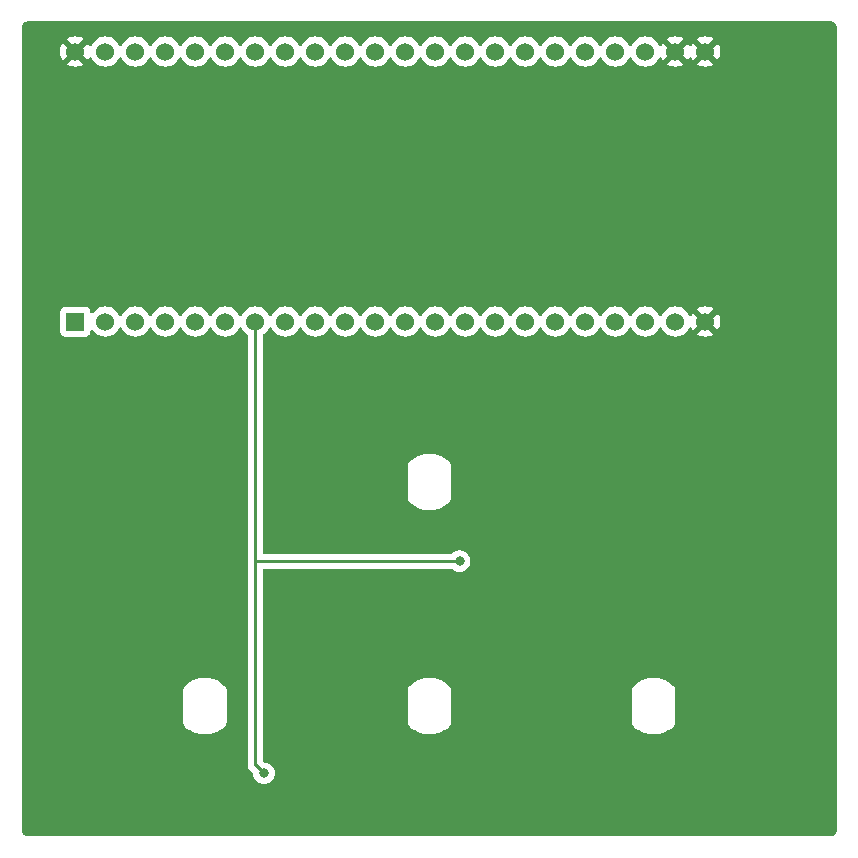
<source format=gbl>
%TF.GenerationSoftware,KiCad,Pcbnew,(6.0.7)*%
%TF.CreationDate,2022-08-25T16:09:55+02:00*%
%TF.ProjectId,esp32-minikeyboard-pcb,65737033-322d-46d6-996e-696b6579626f,rev?*%
%TF.SameCoordinates,Original*%
%TF.FileFunction,Copper,L2,Bot*%
%TF.FilePolarity,Positive*%
%FSLAX46Y46*%
G04 Gerber Fmt 4.6, Leading zero omitted, Abs format (unit mm)*
G04 Created by KiCad (PCBNEW (6.0.7)) date 2022-08-25 16:09:55*
%MOMM*%
%LPD*%
G01*
G04 APERTURE LIST*
%TA.AperFunction,ComponentPad*%
%ADD10R,1.530000X1.530000*%
%TD*%
%TA.AperFunction,ComponentPad*%
%ADD11C,1.530000*%
%TD*%
%TA.AperFunction,ViaPad*%
%ADD12C,0.800000*%
%TD*%
%TA.AperFunction,Conductor*%
%ADD13C,0.250000*%
%TD*%
G04 APERTURE END LIST*
D10*
%TO.P,U1,J1_1,3V3*%
%TO.N,3V3*%
X55030000Y-75930000D03*
D11*
%TO.P,U1,J1_2,3V3*%
X57570000Y-75930000D03*
%TO.P,U1,J1_3,RST*%
%TO.N,unconnected-(U1-PadJ1_3)*%
X60110000Y-75930000D03*
%TO.P,U1,J1_4,GPIO4*%
%TO.N,LED_PIN*%
X62650000Y-75930000D03*
%TO.P,U1,J1_5,GPIO5*%
%TO.N,col1*%
X65190000Y-75930000D03*
%TO.P,U1,J1_6,GPIO6*%
%TO.N,col2*%
X67730000Y-75930000D03*
%TO.P,U1,J1_7,GPIO7*%
%TO.N,row1*%
X70270000Y-75930000D03*
%TO.P,U1,J1_8,GPIO15*%
%TO.N,row2*%
X72810000Y-75930000D03*
%TO.P,U1,J1_9,GPIO16*%
%TO.N,unconnected-(U1-PadJ1_9)*%
X75350000Y-75930000D03*
%TO.P,U1,J1_10,GPIO17*%
%TO.N,unconnected-(U1-PadJ1_10)*%
X77890000Y-75930000D03*
%TO.P,U1,J1_11,GPIO18*%
%TO.N,unconnected-(U1-PadJ1_11)*%
X80430000Y-75930000D03*
%TO.P,U1,J1_12,GPIO8*%
%TO.N,unconnected-(U1-PadJ1_12)*%
X82970000Y-75930000D03*
%TO.P,U1,J1_13,GPIO3*%
%TO.N,unconnected-(U1-PadJ1_13)*%
X85510000Y-75930000D03*
%TO.P,U1,J1_14,GPIO46*%
%TO.N,unconnected-(U1-PadJ1_14)*%
X88050000Y-75930000D03*
%TO.P,U1,J1_15,GPIO9*%
%TO.N,unconnected-(U1-PadJ1_15)*%
X90590000Y-75930000D03*
%TO.P,U1,J1_16,GPIO10*%
%TO.N,unconnected-(U1-PadJ1_16)*%
X93130000Y-75930000D03*
%TO.P,U1,J1_17,GPIO11*%
%TO.N,unconnected-(U1-PadJ1_17)*%
X95670000Y-75930000D03*
%TO.P,U1,J1_18,GPIO12*%
%TO.N,unconnected-(U1-PadJ1_18)*%
X98210000Y-75930000D03*
%TO.P,U1,J1_19,GPIO13*%
%TO.N,unconnected-(U1-PadJ1_19)*%
X100750000Y-75930000D03*
%TO.P,U1,J1_20,GPIO14*%
%TO.N,unconnected-(U1-PadJ1_20)*%
X103290000Y-75930000D03*
%TO.P,U1,J1_21,5V0*%
%TO.N,5V*%
X105830000Y-75930000D03*
%TO.P,U1,J1_22,GND*%
%TO.N,GND*%
X108370000Y-75930000D03*
%TO.P,U1,J3_1,GND*%
X55030000Y-53070000D03*
%TO.P,U1,J3_2,U0TXD/GPIO43*%
%TO.N,unconnected-(U1-PadJ3_2)*%
X57570000Y-53070000D03*
%TO.P,U1,J3_3,U0RXD/GPIO44*%
%TO.N,unconnected-(U1-PadJ3_3)*%
X60110000Y-53070000D03*
%TO.P,U1,J3_4,GPIO1*%
%TO.N,unconnected-(U1-PadJ3_4)*%
X62650000Y-53070000D03*
%TO.P,U1,J3_5,GPIO2*%
%TO.N,unconnected-(U1-PadJ3_5)*%
X65190000Y-53070000D03*
%TO.P,U1,J3_6,MTMS/GPIO42*%
%TO.N,unconnected-(U1-PadJ3_6)*%
X67730000Y-53070000D03*
%TO.P,U1,J3_7,MTDI/GPIO41*%
%TO.N,unconnected-(U1-PadJ3_7)*%
X70270000Y-53070000D03*
%TO.P,U1,J3_8,MTDO/GPIO40*%
%TO.N,unconnected-(U1-PadJ3_8)*%
X72810000Y-53070000D03*
%TO.P,U1,J3_9,MTCK/GPIO39*%
%TO.N,unconnected-(U1-PadJ3_9)*%
X75350000Y-53070000D03*
%TO.P,U1,J3_10,GPIO38*%
%TO.N,unconnected-(U1-PadJ3_10)*%
X77890000Y-53070000D03*
%TO.P,U1,J3_11,GPIO37*%
%TO.N,unconnected-(U1-PadJ3_11)*%
X80430000Y-53070000D03*
%TO.P,U1,J3_12,GPIO36*%
%TO.N,unconnected-(U1-PadJ3_12)*%
X82970000Y-53070000D03*
%TO.P,U1,J3_13,GPIO35*%
%TO.N,unconnected-(U1-PadJ3_13)*%
X85510000Y-53070000D03*
%TO.P,U1,J3_14,GPIO0*%
%TO.N,unconnected-(U1-PadJ3_14)*%
X88050000Y-53070000D03*
%TO.P,U1,J3_15,GPIO45*%
%TO.N,unconnected-(U1-PadJ3_15)*%
X90590000Y-53070000D03*
%TO.P,U1,J3_16,GPIO48*%
%TO.N,unconnected-(U1-PadJ3_16)*%
X93130000Y-53070000D03*
%TO.P,U1,J3_17,GPIO47*%
%TO.N,unconnected-(U1-PadJ3_17)*%
X95670000Y-53070000D03*
%TO.P,U1,J3_18,GPIO21*%
%TO.N,unconnected-(U1-PadJ3_18)*%
X98210000Y-53070000D03*
%TO.P,U1,J3_19,USB_D+/GPIO20*%
%TO.N,unconnected-(U1-PadJ3_19)*%
X100750000Y-53070000D03*
%TO.P,U1,J3_20,USB_D-/GPIO19*%
%TO.N,unconnected-(U1-PadJ3_20)*%
X103290000Y-53070000D03*
%TO.P,U1,J3_21,GND*%
%TO.N,GND*%
X105830000Y-53070000D03*
%TO.P,U1,J3_22,GND*%
X108370000Y-53070000D03*
%TD*%
D12*
%TO.N,row1*%
X87571800Y-96214500D03*
X71000000Y-114171900D03*
%TO.N,GND*%
X102478301Y-114813200D03*
X82850000Y-95150000D03*
X107000000Y-108500000D03*
X90500000Y-90000000D03*
X71500000Y-108500000D03*
X91500000Y-107000000D03*
X99000000Y-114344800D03*
X80000000Y-110000000D03*
X61000000Y-110000000D03*
X84580497Y-115275500D03*
X64000000Y-115000000D03*
%TD*%
D13*
%TO.N,row1*%
X70270000Y-96214500D02*
X70270000Y-113500000D01*
X70270000Y-113500000D02*
X70328100Y-113500000D01*
X70270000Y-96214500D02*
X87571800Y-96214500D01*
X70270000Y-75930000D02*
X70270000Y-96214500D01*
X70328100Y-113500000D02*
X71000000Y-114171900D01*
%TD*%
%TA.AperFunction,Conductor*%
%TO.N,GND*%
G36*
X118970018Y-50510000D02*
G01*
X118984852Y-50512310D01*
X118984855Y-50512310D01*
X118993724Y-50513691D01*
X119002626Y-50512527D01*
X119002750Y-50512511D01*
X119033192Y-50512240D01*
X119040621Y-50513077D01*
X119095264Y-50519234D01*
X119122771Y-50525513D01*
X119199853Y-50552485D01*
X119225274Y-50564727D01*
X119294426Y-50608178D01*
X119316485Y-50625770D01*
X119374230Y-50683515D01*
X119391822Y-50705574D01*
X119435273Y-50774726D01*
X119447515Y-50800147D01*
X119474487Y-50877228D01*
X119480766Y-50904736D01*
X119487018Y-50960226D01*
X119486923Y-50975868D01*
X119487800Y-50975879D01*
X119487690Y-50984851D01*
X119486309Y-50993724D01*
X119487473Y-51002626D01*
X119487473Y-51002628D01*
X119490436Y-51025283D01*
X119491500Y-51041621D01*
X119491500Y-118950633D01*
X119490000Y-118970018D01*
X119486309Y-118993724D01*
X119487473Y-119002626D01*
X119487489Y-119002750D01*
X119487760Y-119033192D01*
X119485430Y-119053870D01*
X119480766Y-119095264D01*
X119474487Y-119122771D01*
X119447515Y-119199853D01*
X119435273Y-119225274D01*
X119391822Y-119294426D01*
X119374230Y-119316485D01*
X119316485Y-119374230D01*
X119294426Y-119391822D01*
X119225274Y-119435273D01*
X119199853Y-119447515D01*
X119122772Y-119474487D01*
X119095264Y-119480766D01*
X119039774Y-119487018D01*
X119024132Y-119486923D01*
X119024121Y-119487800D01*
X119015149Y-119487690D01*
X119006276Y-119486309D01*
X118997374Y-119487473D01*
X118997372Y-119487473D01*
X118986385Y-119488910D01*
X118974714Y-119490436D01*
X118958379Y-119491500D01*
X51049367Y-119491500D01*
X51029982Y-119490000D01*
X51015148Y-119487690D01*
X51015145Y-119487690D01*
X51006276Y-119486309D01*
X50997374Y-119487473D01*
X50997250Y-119487489D01*
X50966808Y-119487760D01*
X50946130Y-119485430D01*
X50904736Y-119480766D01*
X50877229Y-119474487D01*
X50800147Y-119447515D01*
X50774726Y-119435273D01*
X50705574Y-119391822D01*
X50683515Y-119374230D01*
X50625770Y-119316485D01*
X50608178Y-119294426D01*
X50564727Y-119225274D01*
X50552485Y-119199853D01*
X50525513Y-119122772D01*
X50519234Y-119095266D01*
X50513170Y-119041451D01*
X50512888Y-119016640D01*
X50513576Y-119012552D01*
X50513729Y-119000000D01*
X50509773Y-118972376D01*
X50508500Y-118954514D01*
X50508500Y-107204941D01*
X64157461Y-107204941D01*
X64159335Y-107213720D01*
X64159898Y-107221978D01*
X64161500Y-107237161D01*
X64161500Y-109757800D01*
X64160961Y-109769439D01*
X64160555Y-109773817D01*
X64158467Y-109782547D01*
X64158913Y-109791510D01*
X64158913Y-109791512D01*
X64161344Y-109840340D01*
X64161500Y-109846605D01*
X64161500Y-109866513D01*
X64162135Y-109870947D01*
X64162136Y-109870961D01*
X64162432Y-109873028D01*
X64163548Y-109884619D01*
X64165709Y-109928024D01*
X64168653Y-109936501D01*
X64169559Y-109939111D01*
X64175257Y-109962574D01*
X64176920Y-109974187D01*
X64180636Y-109982359D01*
X64194907Y-110013748D01*
X64199233Y-110024564D01*
X64213491Y-110065621D01*
X64218696Y-110072932D01*
X64218697Y-110072934D01*
X64220298Y-110075183D01*
X64232352Y-110096103D01*
X64237208Y-110106782D01*
X64243063Y-110113577D01*
X64243065Y-110113580D01*
X64265574Y-110139702D01*
X64272764Y-110148872D01*
X64295144Y-110180307D01*
X64295147Y-110180311D01*
X64297971Y-110184277D01*
X64306739Y-110193261D01*
X64310634Y-110196180D01*
X64314290Y-110199389D01*
X64314122Y-110199581D01*
X64319505Y-110204610D01*
X64319665Y-110204427D01*
X64326426Y-110210325D01*
X64332287Y-110217127D01*
X64339821Y-110222010D01*
X64345275Y-110226768D01*
X64349380Y-110229888D01*
X64523716Y-110384337D01*
X64526855Y-110386504D01*
X64526858Y-110386506D01*
X64758476Y-110546380D01*
X64758483Y-110546384D01*
X64761612Y-110548544D01*
X65017566Y-110682879D01*
X65287846Y-110785383D01*
X65568511Y-110854561D01*
X65572291Y-110855020D01*
X65851685Y-110888945D01*
X65851691Y-110888945D01*
X65855468Y-110889404D01*
X66144532Y-110889404D01*
X66148309Y-110888945D01*
X66148315Y-110888945D01*
X66427709Y-110855020D01*
X66431489Y-110854561D01*
X66712154Y-110785383D01*
X66982434Y-110682879D01*
X67238388Y-110548544D01*
X67241517Y-110546384D01*
X67241524Y-110546380D01*
X67473142Y-110386506D01*
X67473145Y-110386504D01*
X67476284Y-110384337D01*
X67646414Y-110233615D01*
X67648632Y-110231949D01*
X67648531Y-110231831D01*
X67655366Y-110226014D01*
X67662958Y-110221224D01*
X67668900Y-110214496D01*
X67675673Y-110208732D01*
X67676597Y-110208005D01*
X67676573Y-110207976D01*
X67680315Y-110204850D01*
X67684277Y-110202029D01*
X67693261Y-110193261D01*
X67721669Y-110155357D01*
X67728037Y-110147536D01*
X67753435Y-110118778D01*
X67759378Y-110112049D01*
X67763192Y-110103925D01*
X67764820Y-110101447D01*
X67773810Y-110086485D01*
X67775230Y-110083892D01*
X67780616Y-110076705D01*
X67797241Y-110032357D01*
X67801168Y-110023040D01*
X67817466Y-109988326D01*
X67821281Y-109980200D01*
X67822662Y-109971331D01*
X67823528Y-109968498D01*
X67827958Y-109951611D01*
X67828592Y-109948726D01*
X67831745Y-109940316D01*
X67835254Y-109893094D01*
X67836408Y-109883048D01*
X67837751Y-109874425D01*
X67837751Y-109874422D01*
X67838500Y-109869614D01*
X67838500Y-109854094D01*
X67838846Y-109844757D01*
X67841874Y-109804007D01*
X67842539Y-109795059D01*
X67840665Y-109786280D01*
X67840102Y-109778022D01*
X67838500Y-109762839D01*
X67838500Y-107242200D01*
X67839039Y-107230561D01*
X67839445Y-107226183D01*
X67841533Y-107217453D01*
X67838656Y-107159659D01*
X67838500Y-107153395D01*
X67838500Y-107133487D01*
X67837865Y-107129053D01*
X67837864Y-107129039D01*
X67837568Y-107126972D01*
X67836452Y-107115381D01*
X67834737Y-107080940D01*
X67834291Y-107071976D01*
X67830441Y-107060888D01*
X67824743Y-107037425D01*
X67824353Y-107034700D01*
X67824353Y-107034699D01*
X67823080Y-107025813D01*
X67805093Y-106986252D01*
X67800767Y-106975436D01*
X67789453Y-106942856D01*
X67789452Y-106942855D01*
X67786509Y-106934379D01*
X67781303Y-106927066D01*
X67779702Y-106924817D01*
X67767648Y-106903897D01*
X67766507Y-106901388D01*
X67766507Y-106901387D01*
X67762792Y-106893218D01*
X67756937Y-106886423D01*
X67756935Y-106886420D01*
X67734426Y-106860298D01*
X67727236Y-106851128D01*
X67704856Y-106819693D01*
X67704853Y-106819689D01*
X67702029Y-106815723D01*
X67693261Y-106806739D01*
X67689366Y-106803820D01*
X67685710Y-106800611D01*
X67685878Y-106800419D01*
X67680495Y-106795390D01*
X67680335Y-106795573D01*
X67673574Y-106789675D01*
X67667713Y-106782873D01*
X67660179Y-106777990D01*
X67654725Y-106773232D01*
X67650620Y-106770112D01*
X67476284Y-106615663D01*
X67473142Y-106613494D01*
X67241524Y-106453620D01*
X67241517Y-106453616D01*
X67238388Y-106451456D01*
X66982434Y-106317121D01*
X66712154Y-106214617D01*
X66431489Y-106145439D01*
X66427709Y-106144980D01*
X66148315Y-106111055D01*
X66148309Y-106111055D01*
X66144532Y-106110596D01*
X65855468Y-106110596D01*
X65851691Y-106111055D01*
X65851685Y-106111055D01*
X65572291Y-106144980D01*
X65568511Y-106145439D01*
X65287846Y-106214617D01*
X65017566Y-106317121D01*
X64761612Y-106451456D01*
X64758483Y-106453616D01*
X64758476Y-106453620D01*
X64526858Y-106613494D01*
X64523716Y-106615663D01*
X64353586Y-106766385D01*
X64351368Y-106768051D01*
X64351469Y-106768169D01*
X64344634Y-106773986D01*
X64337042Y-106778776D01*
X64331100Y-106785504D01*
X64324327Y-106791268D01*
X64323403Y-106791995D01*
X64323427Y-106792024D01*
X64319685Y-106795150D01*
X64315723Y-106797971D01*
X64306739Y-106806739D01*
X64278331Y-106844643D01*
X64271966Y-106852460D01*
X64240622Y-106887951D01*
X64236808Y-106896075D01*
X64235180Y-106898553D01*
X64226190Y-106913515D01*
X64224770Y-106916108D01*
X64219384Y-106923295D01*
X64216232Y-106931703D01*
X64202759Y-106967642D01*
X64198833Y-106976958D01*
X64178719Y-107019800D01*
X64177338Y-107028669D01*
X64176472Y-107031502D01*
X64172042Y-107048389D01*
X64171408Y-107051274D01*
X64168255Y-107059684D01*
X64167590Y-107068639D01*
X64164746Y-107106906D01*
X64163592Y-107116952D01*
X64161500Y-107130386D01*
X64161500Y-107145906D01*
X64161154Y-107155243D01*
X64157461Y-107204941D01*
X50508500Y-107204941D01*
X50508500Y-76743134D01*
X53756500Y-76743134D01*
X53763255Y-76805316D01*
X53814385Y-76941705D01*
X53901739Y-77058261D01*
X54018295Y-77145615D01*
X54154684Y-77196745D01*
X54216866Y-77203500D01*
X55843134Y-77203500D01*
X55905316Y-77196745D01*
X56041705Y-77145615D01*
X56158261Y-77058261D01*
X56245615Y-76941705D01*
X56296745Y-76805316D01*
X56303500Y-76743134D01*
X56303500Y-76739717D01*
X56303684Y-76736320D01*
X56304899Y-76736386D01*
X56323502Y-76673031D01*
X56377158Y-76626538D01*
X56447432Y-76616434D01*
X56512012Y-76645928D01*
X56532713Y-76668881D01*
X56587085Y-76746531D01*
X56590716Y-76751717D01*
X56748283Y-76909284D01*
X56752792Y-76912441D01*
X56752794Y-76912443D01*
X56804847Y-76948891D01*
X56930817Y-77037097D01*
X56935799Y-77039420D01*
X56935804Y-77039423D01*
X57080011Y-77106667D01*
X57132773Y-77131270D01*
X57138081Y-77132692D01*
X57138083Y-77132693D01*
X57166208Y-77140229D01*
X57348014Y-77188944D01*
X57570000Y-77208365D01*
X57791986Y-77188944D01*
X57973792Y-77140229D01*
X58001917Y-77132693D01*
X58001919Y-77132692D01*
X58007227Y-77131270D01*
X58059989Y-77106667D01*
X58204196Y-77039423D01*
X58204201Y-77039420D01*
X58209183Y-77037097D01*
X58335153Y-76948891D01*
X58387206Y-76912443D01*
X58387208Y-76912441D01*
X58391717Y-76909284D01*
X58549284Y-76751717D01*
X58552916Y-76746531D01*
X58607287Y-76668881D01*
X58677097Y-76569182D01*
X58679420Y-76564200D01*
X58679423Y-76564195D01*
X58725805Y-76464727D01*
X58772722Y-76411442D01*
X58840999Y-76391981D01*
X58908959Y-76412523D01*
X58954195Y-76464727D01*
X59000577Y-76564195D01*
X59000580Y-76564200D01*
X59002903Y-76569182D01*
X59072713Y-76668881D01*
X59127085Y-76746531D01*
X59130716Y-76751717D01*
X59288283Y-76909284D01*
X59292792Y-76912441D01*
X59292794Y-76912443D01*
X59344847Y-76948891D01*
X59470817Y-77037097D01*
X59475799Y-77039420D01*
X59475804Y-77039423D01*
X59620011Y-77106667D01*
X59672773Y-77131270D01*
X59678081Y-77132692D01*
X59678083Y-77132693D01*
X59706208Y-77140229D01*
X59888014Y-77188944D01*
X60110000Y-77208365D01*
X60331986Y-77188944D01*
X60513792Y-77140229D01*
X60541917Y-77132693D01*
X60541919Y-77132692D01*
X60547227Y-77131270D01*
X60599989Y-77106667D01*
X60744196Y-77039423D01*
X60744201Y-77039420D01*
X60749183Y-77037097D01*
X60875153Y-76948891D01*
X60927206Y-76912443D01*
X60927208Y-76912441D01*
X60931717Y-76909284D01*
X61089284Y-76751717D01*
X61092916Y-76746531D01*
X61147287Y-76668881D01*
X61217097Y-76569182D01*
X61219420Y-76564200D01*
X61219423Y-76564195D01*
X61265805Y-76464727D01*
X61312722Y-76411442D01*
X61380999Y-76391981D01*
X61448959Y-76412523D01*
X61494195Y-76464727D01*
X61540577Y-76564195D01*
X61540580Y-76564200D01*
X61542903Y-76569182D01*
X61612713Y-76668881D01*
X61667085Y-76746531D01*
X61670716Y-76751717D01*
X61828283Y-76909284D01*
X61832792Y-76912441D01*
X61832794Y-76912443D01*
X61884847Y-76948891D01*
X62010817Y-77037097D01*
X62015799Y-77039420D01*
X62015804Y-77039423D01*
X62160011Y-77106667D01*
X62212773Y-77131270D01*
X62218081Y-77132692D01*
X62218083Y-77132693D01*
X62246208Y-77140229D01*
X62428014Y-77188944D01*
X62650000Y-77208365D01*
X62871986Y-77188944D01*
X63053792Y-77140229D01*
X63081917Y-77132693D01*
X63081919Y-77132692D01*
X63087227Y-77131270D01*
X63139989Y-77106667D01*
X63284196Y-77039423D01*
X63284201Y-77039420D01*
X63289183Y-77037097D01*
X63415153Y-76948891D01*
X63467206Y-76912443D01*
X63467208Y-76912441D01*
X63471717Y-76909284D01*
X63629284Y-76751717D01*
X63632916Y-76746531D01*
X63687287Y-76668881D01*
X63757097Y-76569182D01*
X63759420Y-76564200D01*
X63759423Y-76564195D01*
X63805805Y-76464727D01*
X63852722Y-76411442D01*
X63920999Y-76391981D01*
X63988959Y-76412523D01*
X64034195Y-76464727D01*
X64080577Y-76564195D01*
X64080580Y-76564200D01*
X64082903Y-76569182D01*
X64152713Y-76668881D01*
X64207085Y-76746531D01*
X64210716Y-76751717D01*
X64368283Y-76909284D01*
X64372792Y-76912441D01*
X64372794Y-76912443D01*
X64424847Y-76948891D01*
X64550817Y-77037097D01*
X64555799Y-77039420D01*
X64555804Y-77039423D01*
X64700011Y-77106667D01*
X64752773Y-77131270D01*
X64758081Y-77132692D01*
X64758083Y-77132693D01*
X64786208Y-77140229D01*
X64968014Y-77188944D01*
X65190000Y-77208365D01*
X65411986Y-77188944D01*
X65593792Y-77140229D01*
X65621917Y-77132693D01*
X65621919Y-77132692D01*
X65627227Y-77131270D01*
X65679989Y-77106667D01*
X65824196Y-77039423D01*
X65824201Y-77039420D01*
X65829183Y-77037097D01*
X65955153Y-76948891D01*
X66007206Y-76912443D01*
X66007208Y-76912441D01*
X66011717Y-76909284D01*
X66169284Y-76751717D01*
X66172916Y-76746531D01*
X66227287Y-76668881D01*
X66297097Y-76569182D01*
X66299420Y-76564200D01*
X66299423Y-76564195D01*
X66345805Y-76464727D01*
X66392722Y-76411442D01*
X66460999Y-76391981D01*
X66528959Y-76412523D01*
X66574195Y-76464727D01*
X66620577Y-76564195D01*
X66620580Y-76564200D01*
X66622903Y-76569182D01*
X66692713Y-76668881D01*
X66747085Y-76746531D01*
X66750716Y-76751717D01*
X66908283Y-76909284D01*
X66912792Y-76912441D01*
X66912794Y-76912443D01*
X66964847Y-76948891D01*
X67090817Y-77037097D01*
X67095799Y-77039420D01*
X67095804Y-77039423D01*
X67240011Y-77106667D01*
X67292773Y-77131270D01*
X67298081Y-77132692D01*
X67298083Y-77132693D01*
X67326208Y-77140229D01*
X67508014Y-77188944D01*
X67730000Y-77208365D01*
X67951986Y-77188944D01*
X68133792Y-77140229D01*
X68161917Y-77132693D01*
X68161919Y-77132692D01*
X68167227Y-77131270D01*
X68219989Y-77106667D01*
X68364196Y-77039423D01*
X68364201Y-77039420D01*
X68369183Y-77037097D01*
X68495153Y-76948891D01*
X68547206Y-76912443D01*
X68547208Y-76912441D01*
X68551717Y-76909284D01*
X68709284Y-76751717D01*
X68712916Y-76746531D01*
X68767287Y-76668881D01*
X68837097Y-76569182D01*
X68839420Y-76564200D01*
X68839423Y-76564195D01*
X68885805Y-76464727D01*
X68932722Y-76411442D01*
X69000999Y-76391981D01*
X69068959Y-76412523D01*
X69114195Y-76464727D01*
X69160577Y-76564195D01*
X69160580Y-76564200D01*
X69162903Y-76569182D01*
X69232713Y-76668881D01*
X69287085Y-76746531D01*
X69290716Y-76751717D01*
X69448283Y-76909284D01*
X69452792Y-76912441D01*
X69452794Y-76912443D01*
X69504847Y-76948891D01*
X69582772Y-77003455D01*
X69627099Y-77058911D01*
X69636500Y-77106667D01*
X69636500Y-96142707D01*
X69634268Y-96166316D01*
X69632725Y-96174406D01*
X69636251Y-96230451D01*
X69636500Y-96238362D01*
X69636500Y-113428207D01*
X69634268Y-113451816D01*
X69632725Y-113459906D01*
X69633223Y-113467817D01*
X69636251Y-113515951D01*
X69636500Y-113523862D01*
X69636500Y-113539856D01*
X69638506Y-113555730D01*
X69639248Y-113563590D01*
X69642775Y-113619650D01*
X69645225Y-113627191D01*
X69645321Y-113627487D01*
X69650494Y-113650631D01*
X69650532Y-113650935D01*
X69650533Y-113650940D01*
X69651526Y-113658797D01*
X69654442Y-113666162D01*
X69654443Y-113666166D01*
X69672199Y-113711011D01*
X69674871Y-113718430D01*
X69692236Y-113771875D01*
X69696486Y-113778571D01*
X69696486Y-113778572D01*
X69696650Y-113778831D01*
X69707415Y-113799958D01*
X69707529Y-113800246D01*
X69707532Y-113800251D01*
X69710448Y-113807617D01*
X69715104Y-113814025D01*
X69715107Y-113814031D01*
X69743458Y-113853052D01*
X69747901Y-113859589D01*
X69778000Y-113907018D01*
X69783778Y-113912444D01*
X69783779Y-113912445D01*
X69784007Y-113912659D01*
X69799688Y-113930446D01*
X69804528Y-113937107D01*
X69810637Y-113942161D01*
X69810638Y-113942162D01*
X69847796Y-113972903D01*
X69853730Y-113978134D01*
X69888898Y-114011158D01*
X69888901Y-114011160D01*
X69894679Y-114016586D01*
X69901903Y-114020558D01*
X69921506Y-114033881D01*
X69921746Y-114034080D01*
X69921753Y-114034084D01*
X69927856Y-114039133D01*
X69967400Y-114057741D01*
X69978676Y-114063047D01*
X69985720Y-114066636D01*
X69999130Y-114074008D01*
X70027522Y-114095326D01*
X70052878Y-114120682D01*
X70086904Y-114182994D01*
X70089092Y-114196603D01*
X70106458Y-114361828D01*
X70165473Y-114543456D01*
X70260960Y-114708844D01*
X70388747Y-114850766D01*
X70543248Y-114963018D01*
X70549276Y-114965702D01*
X70549278Y-114965703D01*
X70711681Y-115038009D01*
X70717712Y-115040694D01*
X70811112Y-115060547D01*
X70898056Y-115079028D01*
X70898061Y-115079028D01*
X70904513Y-115080400D01*
X71095487Y-115080400D01*
X71101939Y-115079028D01*
X71101944Y-115079028D01*
X71188888Y-115060547D01*
X71282288Y-115040694D01*
X71288319Y-115038009D01*
X71450722Y-114965703D01*
X71450724Y-114965702D01*
X71456752Y-114963018D01*
X71611253Y-114850766D01*
X71739040Y-114708844D01*
X71834527Y-114543456D01*
X71893542Y-114361828D01*
X71913504Y-114171900D01*
X71902063Y-114063047D01*
X71894232Y-113988535D01*
X71894232Y-113988533D01*
X71893542Y-113981972D01*
X71834527Y-113800344D01*
X71822107Y-113778831D01*
X71757059Y-113666166D01*
X71739040Y-113634956D01*
X71732049Y-113627191D01*
X71615675Y-113497945D01*
X71615674Y-113497944D01*
X71611253Y-113493034D01*
X71456752Y-113380782D01*
X71450724Y-113378098D01*
X71450722Y-113378097D01*
X71288319Y-113305791D01*
X71288318Y-113305791D01*
X71282288Y-113303106D01*
X71188888Y-113283253D01*
X71101944Y-113264772D01*
X71101939Y-113264772D01*
X71095487Y-113263400D01*
X71039595Y-113263400D01*
X70971474Y-113243398D01*
X70950500Y-113226495D01*
X70940405Y-113216400D01*
X70906379Y-113154088D01*
X70903500Y-113127305D01*
X70903500Y-107204941D01*
X83157461Y-107204941D01*
X83159335Y-107213720D01*
X83159898Y-107221978D01*
X83161500Y-107237161D01*
X83161500Y-109757800D01*
X83160961Y-109769439D01*
X83160555Y-109773817D01*
X83158467Y-109782547D01*
X83158913Y-109791510D01*
X83158913Y-109791512D01*
X83161344Y-109840340D01*
X83161500Y-109846605D01*
X83161500Y-109866513D01*
X83162135Y-109870947D01*
X83162136Y-109870961D01*
X83162432Y-109873028D01*
X83163548Y-109884619D01*
X83165709Y-109928024D01*
X83168653Y-109936501D01*
X83169559Y-109939111D01*
X83175257Y-109962574D01*
X83176920Y-109974187D01*
X83180636Y-109982359D01*
X83194907Y-110013748D01*
X83199233Y-110024564D01*
X83213491Y-110065621D01*
X83218696Y-110072932D01*
X83218697Y-110072934D01*
X83220298Y-110075183D01*
X83232352Y-110096103D01*
X83237208Y-110106782D01*
X83243063Y-110113577D01*
X83243065Y-110113580D01*
X83265574Y-110139702D01*
X83272764Y-110148872D01*
X83295144Y-110180307D01*
X83295147Y-110180311D01*
X83297971Y-110184277D01*
X83306739Y-110193261D01*
X83310634Y-110196180D01*
X83314290Y-110199389D01*
X83314122Y-110199581D01*
X83319505Y-110204610D01*
X83319665Y-110204427D01*
X83326426Y-110210325D01*
X83332287Y-110217127D01*
X83339821Y-110222010D01*
X83345275Y-110226768D01*
X83349380Y-110229888D01*
X83523716Y-110384337D01*
X83526855Y-110386504D01*
X83526858Y-110386506D01*
X83758476Y-110546380D01*
X83758483Y-110546384D01*
X83761612Y-110548544D01*
X84017566Y-110682879D01*
X84287846Y-110785383D01*
X84568511Y-110854561D01*
X84572291Y-110855020D01*
X84851685Y-110888945D01*
X84851691Y-110888945D01*
X84855468Y-110889404D01*
X85144532Y-110889404D01*
X85148309Y-110888945D01*
X85148315Y-110888945D01*
X85427709Y-110855020D01*
X85431489Y-110854561D01*
X85712154Y-110785383D01*
X85982434Y-110682879D01*
X86238388Y-110548544D01*
X86241517Y-110546384D01*
X86241524Y-110546380D01*
X86473142Y-110386506D01*
X86473145Y-110386504D01*
X86476284Y-110384337D01*
X86646414Y-110233615D01*
X86648632Y-110231949D01*
X86648531Y-110231831D01*
X86655366Y-110226014D01*
X86662958Y-110221224D01*
X86668900Y-110214496D01*
X86675673Y-110208732D01*
X86676597Y-110208005D01*
X86676573Y-110207976D01*
X86680315Y-110204850D01*
X86684277Y-110202029D01*
X86693261Y-110193261D01*
X86721669Y-110155357D01*
X86728037Y-110147536D01*
X86753435Y-110118778D01*
X86759378Y-110112049D01*
X86763192Y-110103925D01*
X86764820Y-110101447D01*
X86773810Y-110086485D01*
X86775230Y-110083892D01*
X86780616Y-110076705D01*
X86797241Y-110032357D01*
X86801168Y-110023040D01*
X86817466Y-109988326D01*
X86821281Y-109980200D01*
X86822662Y-109971331D01*
X86823528Y-109968498D01*
X86827958Y-109951611D01*
X86828592Y-109948726D01*
X86831745Y-109940316D01*
X86835254Y-109893094D01*
X86836408Y-109883048D01*
X86837751Y-109874425D01*
X86837751Y-109874422D01*
X86838500Y-109869614D01*
X86838500Y-109854094D01*
X86838846Y-109844757D01*
X86841874Y-109804007D01*
X86842539Y-109795059D01*
X86840665Y-109786280D01*
X86840102Y-109778022D01*
X86838500Y-109762839D01*
X86838500Y-107242200D01*
X86839039Y-107230561D01*
X86839445Y-107226183D01*
X86841533Y-107217453D01*
X86840910Y-107204941D01*
X102157461Y-107204941D01*
X102159335Y-107213720D01*
X102159898Y-107221978D01*
X102161500Y-107237161D01*
X102161500Y-109757800D01*
X102160961Y-109769439D01*
X102160555Y-109773817D01*
X102158467Y-109782547D01*
X102158913Y-109791510D01*
X102158913Y-109791512D01*
X102161344Y-109840340D01*
X102161500Y-109846605D01*
X102161500Y-109866513D01*
X102162135Y-109870947D01*
X102162136Y-109870961D01*
X102162432Y-109873028D01*
X102163548Y-109884619D01*
X102165709Y-109928024D01*
X102168653Y-109936501D01*
X102169559Y-109939111D01*
X102175257Y-109962574D01*
X102176920Y-109974187D01*
X102180636Y-109982359D01*
X102194907Y-110013748D01*
X102199233Y-110024564D01*
X102213491Y-110065621D01*
X102218696Y-110072932D01*
X102218697Y-110072934D01*
X102220298Y-110075183D01*
X102232352Y-110096103D01*
X102237208Y-110106782D01*
X102243063Y-110113577D01*
X102243065Y-110113580D01*
X102265574Y-110139702D01*
X102272764Y-110148872D01*
X102295144Y-110180307D01*
X102295147Y-110180311D01*
X102297971Y-110184277D01*
X102306739Y-110193261D01*
X102310634Y-110196180D01*
X102314290Y-110199389D01*
X102314122Y-110199581D01*
X102319505Y-110204610D01*
X102319665Y-110204427D01*
X102326426Y-110210325D01*
X102332287Y-110217127D01*
X102339821Y-110222010D01*
X102345275Y-110226768D01*
X102349380Y-110229888D01*
X102523716Y-110384337D01*
X102526855Y-110386504D01*
X102526858Y-110386506D01*
X102758476Y-110546380D01*
X102758483Y-110546384D01*
X102761612Y-110548544D01*
X103017566Y-110682879D01*
X103287846Y-110785383D01*
X103568511Y-110854561D01*
X103572291Y-110855020D01*
X103851685Y-110888945D01*
X103851691Y-110888945D01*
X103855468Y-110889404D01*
X104144532Y-110889404D01*
X104148309Y-110888945D01*
X104148315Y-110888945D01*
X104427709Y-110855020D01*
X104431489Y-110854561D01*
X104712154Y-110785383D01*
X104982434Y-110682879D01*
X105238388Y-110548544D01*
X105241517Y-110546384D01*
X105241524Y-110546380D01*
X105473142Y-110386506D01*
X105473145Y-110386504D01*
X105476284Y-110384337D01*
X105646414Y-110233615D01*
X105648632Y-110231949D01*
X105648531Y-110231831D01*
X105655366Y-110226014D01*
X105662958Y-110221224D01*
X105668900Y-110214496D01*
X105675673Y-110208732D01*
X105676597Y-110208005D01*
X105676573Y-110207976D01*
X105680315Y-110204850D01*
X105684277Y-110202029D01*
X105693261Y-110193261D01*
X105721669Y-110155357D01*
X105728037Y-110147536D01*
X105753435Y-110118778D01*
X105759378Y-110112049D01*
X105763192Y-110103925D01*
X105764820Y-110101447D01*
X105773810Y-110086485D01*
X105775230Y-110083892D01*
X105780616Y-110076705D01*
X105797241Y-110032357D01*
X105801168Y-110023040D01*
X105817466Y-109988326D01*
X105821281Y-109980200D01*
X105822662Y-109971331D01*
X105823528Y-109968498D01*
X105827958Y-109951611D01*
X105828592Y-109948726D01*
X105831745Y-109940316D01*
X105835254Y-109893094D01*
X105836408Y-109883048D01*
X105837751Y-109874425D01*
X105837751Y-109874422D01*
X105838500Y-109869614D01*
X105838500Y-109854094D01*
X105838846Y-109844757D01*
X105841874Y-109804007D01*
X105842539Y-109795059D01*
X105840665Y-109786280D01*
X105840102Y-109778022D01*
X105838500Y-109762839D01*
X105838500Y-107242200D01*
X105839039Y-107230561D01*
X105839445Y-107226183D01*
X105841533Y-107217453D01*
X105838656Y-107159659D01*
X105838500Y-107153395D01*
X105838500Y-107133487D01*
X105837865Y-107129053D01*
X105837864Y-107129039D01*
X105837568Y-107126972D01*
X105836452Y-107115381D01*
X105834737Y-107080940D01*
X105834291Y-107071976D01*
X105830441Y-107060888D01*
X105824743Y-107037425D01*
X105824353Y-107034700D01*
X105824353Y-107034699D01*
X105823080Y-107025813D01*
X105805093Y-106986252D01*
X105800767Y-106975436D01*
X105789453Y-106942856D01*
X105789452Y-106942855D01*
X105786509Y-106934379D01*
X105781303Y-106927066D01*
X105779702Y-106924817D01*
X105767648Y-106903897D01*
X105766507Y-106901388D01*
X105766507Y-106901387D01*
X105762792Y-106893218D01*
X105756937Y-106886423D01*
X105756935Y-106886420D01*
X105734426Y-106860298D01*
X105727236Y-106851128D01*
X105704856Y-106819693D01*
X105704853Y-106819689D01*
X105702029Y-106815723D01*
X105693261Y-106806739D01*
X105689366Y-106803820D01*
X105685710Y-106800611D01*
X105685878Y-106800419D01*
X105680495Y-106795390D01*
X105680335Y-106795573D01*
X105673574Y-106789675D01*
X105667713Y-106782873D01*
X105660179Y-106777990D01*
X105654725Y-106773232D01*
X105650620Y-106770112D01*
X105476284Y-106615663D01*
X105473142Y-106613494D01*
X105241524Y-106453620D01*
X105241517Y-106453616D01*
X105238388Y-106451456D01*
X104982434Y-106317121D01*
X104712154Y-106214617D01*
X104431489Y-106145439D01*
X104427709Y-106144980D01*
X104148315Y-106111055D01*
X104148309Y-106111055D01*
X104144532Y-106110596D01*
X103855468Y-106110596D01*
X103851691Y-106111055D01*
X103851685Y-106111055D01*
X103572291Y-106144980D01*
X103568511Y-106145439D01*
X103287846Y-106214617D01*
X103017566Y-106317121D01*
X102761612Y-106451456D01*
X102758483Y-106453616D01*
X102758476Y-106453620D01*
X102526858Y-106613494D01*
X102523716Y-106615663D01*
X102353586Y-106766385D01*
X102351368Y-106768051D01*
X102351469Y-106768169D01*
X102344634Y-106773986D01*
X102337042Y-106778776D01*
X102331100Y-106785504D01*
X102324327Y-106791268D01*
X102323403Y-106791995D01*
X102323427Y-106792024D01*
X102319685Y-106795150D01*
X102315723Y-106797971D01*
X102306739Y-106806739D01*
X102278331Y-106844643D01*
X102271966Y-106852460D01*
X102240622Y-106887951D01*
X102236808Y-106896075D01*
X102235180Y-106898553D01*
X102226190Y-106913515D01*
X102224770Y-106916108D01*
X102219384Y-106923295D01*
X102216232Y-106931703D01*
X102202759Y-106967642D01*
X102198833Y-106976958D01*
X102178719Y-107019800D01*
X102177338Y-107028669D01*
X102176472Y-107031502D01*
X102172042Y-107048389D01*
X102171408Y-107051274D01*
X102168255Y-107059684D01*
X102167590Y-107068639D01*
X102164746Y-107106906D01*
X102163592Y-107116952D01*
X102161500Y-107130386D01*
X102161500Y-107145906D01*
X102161154Y-107155243D01*
X102157461Y-107204941D01*
X86840910Y-107204941D01*
X86838656Y-107159659D01*
X86838500Y-107153395D01*
X86838500Y-107133487D01*
X86837865Y-107129053D01*
X86837864Y-107129039D01*
X86837568Y-107126972D01*
X86836452Y-107115381D01*
X86834737Y-107080940D01*
X86834291Y-107071976D01*
X86830441Y-107060888D01*
X86824743Y-107037425D01*
X86824353Y-107034700D01*
X86824353Y-107034699D01*
X86823080Y-107025813D01*
X86805093Y-106986252D01*
X86800767Y-106975436D01*
X86789453Y-106942856D01*
X86789452Y-106942855D01*
X86786509Y-106934379D01*
X86781303Y-106927066D01*
X86779702Y-106924817D01*
X86767648Y-106903897D01*
X86766507Y-106901388D01*
X86766507Y-106901387D01*
X86762792Y-106893218D01*
X86756937Y-106886423D01*
X86756935Y-106886420D01*
X86734426Y-106860298D01*
X86727236Y-106851128D01*
X86704856Y-106819693D01*
X86704853Y-106819689D01*
X86702029Y-106815723D01*
X86693261Y-106806739D01*
X86689366Y-106803820D01*
X86685710Y-106800611D01*
X86685878Y-106800419D01*
X86680495Y-106795390D01*
X86680335Y-106795573D01*
X86673574Y-106789675D01*
X86667713Y-106782873D01*
X86660179Y-106777990D01*
X86654725Y-106773232D01*
X86650620Y-106770112D01*
X86476284Y-106615663D01*
X86473142Y-106613494D01*
X86241524Y-106453620D01*
X86241517Y-106453616D01*
X86238388Y-106451456D01*
X85982434Y-106317121D01*
X85712154Y-106214617D01*
X85431489Y-106145439D01*
X85427709Y-106144980D01*
X85148315Y-106111055D01*
X85148309Y-106111055D01*
X85144532Y-106110596D01*
X84855468Y-106110596D01*
X84851691Y-106111055D01*
X84851685Y-106111055D01*
X84572291Y-106144980D01*
X84568511Y-106145439D01*
X84287846Y-106214617D01*
X84017566Y-106317121D01*
X83761612Y-106451456D01*
X83758483Y-106453616D01*
X83758476Y-106453620D01*
X83526858Y-106613494D01*
X83523716Y-106615663D01*
X83353586Y-106766385D01*
X83351368Y-106768051D01*
X83351469Y-106768169D01*
X83344634Y-106773986D01*
X83337042Y-106778776D01*
X83331100Y-106785504D01*
X83324327Y-106791268D01*
X83323403Y-106791995D01*
X83323427Y-106792024D01*
X83319685Y-106795150D01*
X83315723Y-106797971D01*
X83306739Y-106806739D01*
X83278331Y-106844643D01*
X83271966Y-106852460D01*
X83240622Y-106887951D01*
X83236808Y-106896075D01*
X83235180Y-106898553D01*
X83226190Y-106913515D01*
X83224770Y-106916108D01*
X83219384Y-106923295D01*
X83216232Y-106931703D01*
X83202759Y-106967642D01*
X83198833Y-106976958D01*
X83178719Y-107019800D01*
X83177338Y-107028669D01*
X83176472Y-107031502D01*
X83172042Y-107048389D01*
X83171408Y-107051274D01*
X83168255Y-107059684D01*
X83167590Y-107068639D01*
X83164746Y-107106906D01*
X83163592Y-107116952D01*
X83161500Y-107130386D01*
X83161500Y-107145906D01*
X83161154Y-107155243D01*
X83157461Y-107204941D01*
X70903500Y-107204941D01*
X70903500Y-96974000D01*
X70923502Y-96905879D01*
X70977158Y-96859386D01*
X71029500Y-96848000D01*
X86863600Y-96848000D01*
X86931721Y-96868002D01*
X86950947Y-96884343D01*
X86951220Y-96884040D01*
X86956132Y-96888463D01*
X86960547Y-96893366D01*
X87115048Y-97005618D01*
X87121076Y-97008302D01*
X87121078Y-97008303D01*
X87283481Y-97080609D01*
X87289512Y-97083294D01*
X87382913Y-97103147D01*
X87469856Y-97121628D01*
X87469861Y-97121628D01*
X87476313Y-97123000D01*
X87667287Y-97123000D01*
X87673739Y-97121628D01*
X87673744Y-97121628D01*
X87760687Y-97103147D01*
X87854088Y-97083294D01*
X87860119Y-97080609D01*
X88022522Y-97008303D01*
X88022524Y-97008302D01*
X88028552Y-97005618D01*
X88183053Y-96893366D01*
X88310840Y-96751444D01*
X88406327Y-96586056D01*
X88465342Y-96404428D01*
X88485304Y-96214500D01*
X88484614Y-96207935D01*
X88466032Y-96031135D01*
X88466032Y-96031133D01*
X88465342Y-96024572D01*
X88406327Y-95842944D01*
X88310840Y-95677556D01*
X88183053Y-95535634D01*
X88028552Y-95423382D01*
X88022524Y-95420698D01*
X88022522Y-95420697D01*
X87860119Y-95348391D01*
X87860118Y-95348391D01*
X87854088Y-95345706D01*
X87760687Y-95325853D01*
X87673744Y-95307372D01*
X87673739Y-95307372D01*
X87667287Y-95306000D01*
X87476313Y-95306000D01*
X87469861Y-95307372D01*
X87469856Y-95307372D01*
X87382913Y-95325853D01*
X87289512Y-95345706D01*
X87283482Y-95348391D01*
X87283481Y-95348391D01*
X87121078Y-95420697D01*
X87121076Y-95420698D01*
X87115048Y-95423382D01*
X86960547Y-95535634D01*
X86956132Y-95540537D01*
X86951220Y-95544960D01*
X86950095Y-95543711D01*
X86896786Y-95576551D01*
X86863600Y-95581000D01*
X71029500Y-95581000D01*
X70961379Y-95560998D01*
X70914886Y-95507342D01*
X70903500Y-95455000D01*
X70903500Y-88204941D01*
X83157461Y-88204941D01*
X83159335Y-88213720D01*
X83159898Y-88221978D01*
X83161500Y-88237161D01*
X83161500Y-90757800D01*
X83160961Y-90769439D01*
X83160555Y-90773817D01*
X83158467Y-90782547D01*
X83158913Y-90791510D01*
X83158913Y-90791512D01*
X83161344Y-90840340D01*
X83161500Y-90846605D01*
X83161500Y-90866513D01*
X83162135Y-90870947D01*
X83162136Y-90870961D01*
X83162432Y-90873028D01*
X83163548Y-90884619D01*
X83165709Y-90928024D01*
X83168653Y-90936501D01*
X83169559Y-90939111D01*
X83175257Y-90962574D01*
X83176920Y-90974187D01*
X83180636Y-90982359D01*
X83194907Y-91013748D01*
X83199233Y-91024564D01*
X83213491Y-91065621D01*
X83218696Y-91072932D01*
X83218697Y-91072934D01*
X83220298Y-91075183D01*
X83232352Y-91096103D01*
X83237208Y-91106782D01*
X83243063Y-91113577D01*
X83243065Y-91113580D01*
X83265574Y-91139702D01*
X83272764Y-91148872D01*
X83295144Y-91180307D01*
X83295147Y-91180311D01*
X83297971Y-91184277D01*
X83306739Y-91193261D01*
X83310634Y-91196180D01*
X83314290Y-91199389D01*
X83314122Y-91199581D01*
X83319505Y-91204610D01*
X83319665Y-91204427D01*
X83326426Y-91210325D01*
X83332287Y-91217127D01*
X83339821Y-91222010D01*
X83345275Y-91226768D01*
X83349380Y-91229888D01*
X83523716Y-91384337D01*
X83526855Y-91386504D01*
X83526858Y-91386506D01*
X83758476Y-91546380D01*
X83758483Y-91546384D01*
X83761612Y-91548544D01*
X84017566Y-91682879D01*
X84287846Y-91785383D01*
X84568511Y-91854561D01*
X84572291Y-91855020D01*
X84851685Y-91888945D01*
X84851691Y-91888945D01*
X84855468Y-91889404D01*
X85144532Y-91889404D01*
X85148309Y-91888945D01*
X85148315Y-91888945D01*
X85427709Y-91855020D01*
X85431489Y-91854561D01*
X85712154Y-91785383D01*
X85982434Y-91682879D01*
X86238388Y-91548544D01*
X86241517Y-91546384D01*
X86241524Y-91546380D01*
X86473142Y-91386506D01*
X86473145Y-91386504D01*
X86476284Y-91384337D01*
X86646414Y-91233615D01*
X86648632Y-91231949D01*
X86648531Y-91231831D01*
X86655366Y-91226014D01*
X86662958Y-91221224D01*
X86668900Y-91214496D01*
X86675673Y-91208732D01*
X86676597Y-91208005D01*
X86676573Y-91207976D01*
X86680315Y-91204850D01*
X86684277Y-91202029D01*
X86693261Y-91193261D01*
X86721669Y-91155357D01*
X86728037Y-91147536D01*
X86753435Y-91118778D01*
X86759378Y-91112049D01*
X86763192Y-91103925D01*
X86764820Y-91101447D01*
X86773810Y-91086485D01*
X86775230Y-91083892D01*
X86780616Y-91076705D01*
X86797241Y-91032357D01*
X86801168Y-91023040D01*
X86817466Y-90988326D01*
X86821281Y-90980200D01*
X86822662Y-90971331D01*
X86823528Y-90968498D01*
X86827958Y-90951611D01*
X86828592Y-90948726D01*
X86831745Y-90940316D01*
X86835254Y-90893094D01*
X86836408Y-90883048D01*
X86837751Y-90874425D01*
X86837751Y-90874422D01*
X86838500Y-90869614D01*
X86838500Y-90854094D01*
X86838846Y-90844757D01*
X86841874Y-90804007D01*
X86842539Y-90795059D01*
X86840665Y-90786280D01*
X86840102Y-90778022D01*
X86838500Y-90762839D01*
X86838500Y-88242200D01*
X86839039Y-88230561D01*
X86839445Y-88226183D01*
X86841533Y-88217453D01*
X86838656Y-88159659D01*
X86838500Y-88153395D01*
X86838500Y-88133487D01*
X86837865Y-88129053D01*
X86837864Y-88129039D01*
X86837568Y-88126972D01*
X86836452Y-88115381D01*
X86834737Y-88080940D01*
X86834291Y-88071976D01*
X86830441Y-88060888D01*
X86824743Y-88037425D01*
X86824353Y-88034700D01*
X86824353Y-88034699D01*
X86823080Y-88025813D01*
X86805093Y-87986252D01*
X86800767Y-87975436D01*
X86789453Y-87942856D01*
X86789452Y-87942855D01*
X86786509Y-87934379D01*
X86781303Y-87927066D01*
X86779702Y-87924817D01*
X86767648Y-87903897D01*
X86766507Y-87901388D01*
X86766507Y-87901387D01*
X86762792Y-87893218D01*
X86756937Y-87886423D01*
X86756935Y-87886420D01*
X86734426Y-87860298D01*
X86727236Y-87851128D01*
X86704856Y-87819693D01*
X86704853Y-87819689D01*
X86702029Y-87815723D01*
X86693261Y-87806739D01*
X86689366Y-87803820D01*
X86685710Y-87800611D01*
X86685878Y-87800419D01*
X86680495Y-87795390D01*
X86680335Y-87795573D01*
X86673574Y-87789675D01*
X86667713Y-87782873D01*
X86660179Y-87777990D01*
X86654725Y-87773232D01*
X86650620Y-87770112D01*
X86476284Y-87615663D01*
X86473142Y-87613494D01*
X86241524Y-87453620D01*
X86241517Y-87453616D01*
X86238388Y-87451456D01*
X85982434Y-87317121D01*
X85712154Y-87214617D01*
X85431489Y-87145439D01*
X85427709Y-87144980D01*
X85148315Y-87111055D01*
X85148309Y-87111055D01*
X85144532Y-87110596D01*
X84855468Y-87110596D01*
X84851691Y-87111055D01*
X84851685Y-87111055D01*
X84572291Y-87144980D01*
X84568511Y-87145439D01*
X84287846Y-87214617D01*
X84017566Y-87317121D01*
X83761612Y-87451456D01*
X83758483Y-87453616D01*
X83758476Y-87453620D01*
X83526858Y-87613494D01*
X83523716Y-87615663D01*
X83353586Y-87766385D01*
X83351368Y-87768051D01*
X83351469Y-87768169D01*
X83344634Y-87773986D01*
X83337042Y-87778776D01*
X83331100Y-87785504D01*
X83324327Y-87791268D01*
X83323403Y-87791995D01*
X83323427Y-87792024D01*
X83319685Y-87795150D01*
X83315723Y-87797971D01*
X83306739Y-87806739D01*
X83278331Y-87844643D01*
X83271966Y-87852460D01*
X83240622Y-87887951D01*
X83236808Y-87896075D01*
X83235180Y-87898553D01*
X83226190Y-87913515D01*
X83224770Y-87916108D01*
X83219384Y-87923295D01*
X83216232Y-87931703D01*
X83202759Y-87967642D01*
X83198833Y-87976958D01*
X83178719Y-88019800D01*
X83177338Y-88028669D01*
X83176472Y-88031502D01*
X83172042Y-88048389D01*
X83171408Y-88051274D01*
X83168255Y-88059684D01*
X83167590Y-88068639D01*
X83164746Y-88106906D01*
X83163592Y-88116952D01*
X83161500Y-88130386D01*
X83161500Y-88145906D01*
X83161154Y-88155243D01*
X83157461Y-88204941D01*
X70903500Y-88204941D01*
X70903500Y-77106667D01*
X70923502Y-77038546D01*
X70957228Y-77003455D01*
X71035153Y-76948891D01*
X71087206Y-76912443D01*
X71087208Y-76912441D01*
X71091717Y-76909284D01*
X71249284Y-76751717D01*
X71252916Y-76746531D01*
X71307287Y-76668881D01*
X71377097Y-76569182D01*
X71379420Y-76564200D01*
X71379423Y-76564195D01*
X71425805Y-76464727D01*
X71472722Y-76411442D01*
X71540999Y-76391981D01*
X71608959Y-76412523D01*
X71654195Y-76464727D01*
X71700577Y-76564195D01*
X71700580Y-76564200D01*
X71702903Y-76569182D01*
X71772713Y-76668881D01*
X71827085Y-76746531D01*
X71830716Y-76751717D01*
X71988283Y-76909284D01*
X71992792Y-76912441D01*
X71992794Y-76912443D01*
X72044847Y-76948891D01*
X72170817Y-77037097D01*
X72175799Y-77039420D01*
X72175804Y-77039423D01*
X72320011Y-77106667D01*
X72372773Y-77131270D01*
X72378081Y-77132692D01*
X72378083Y-77132693D01*
X72406208Y-77140229D01*
X72588014Y-77188944D01*
X72810000Y-77208365D01*
X73031986Y-77188944D01*
X73213792Y-77140229D01*
X73241917Y-77132693D01*
X73241919Y-77132692D01*
X73247227Y-77131270D01*
X73299989Y-77106667D01*
X73444196Y-77039423D01*
X73444201Y-77039420D01*
X73449183Y-77037097D01*
X73575153Y-76948891D01*
X73627206Y-76912443D01*
X73627208Y-76912441D01*
X73631717Y-76909284D01*
X73789284Y-76751717D01*
X73792916Y-76746531D01*
X73847287Y-76668881D01*
X73917097Y-76569182D01*
X73919420Y-76564200D01*
X73919423Y-76564195D01*
X73965805Y-76464727D01*
X74012722Y-76411442D01*
X74080999Y-76391981D01*
X74148959Y-76412523D01*
X74194195Y-76464727D01*
X74240577Y-76564195D01*
X74240580Y-76564200D01*
X74242903Y-76569182D01*
X74312713Y-76668881D01*
X74367085Y-76746531D01*
X74370716Y-76751717D01*
X74528283Y-76909284D01*
X74532792Y-76912441D01*
X74532794Y-76912443D01*
X74584847Y-76948891D01*
X74710817Y-77037097D01*
X74715799Y-77039420D01*
X74715804Y-77039423D01*
X74860011Y-77106667D01*
X74912773Y-77131270D01*
X74918081Y-77132692D01*
X74918083Y-77132693D01*
X74946208Y-77140229D01*
X75128014Y-77188944D01*
X75350000Y-77208365D01*
X75571986Y-77188944D01*
X75753792Y-77140229D01*
X75781917Y-77132693D01*
X75781919Y-77132692D01*
X75787227Y-77131270D01*
X75839989Y-77106667D01*
X75984196Y-77039423D01*
X75984201Y-77039420D01*
X75989183Y-77037097D01*
X76115153Y-76948891D01*
X76167206Y-76912443D01*
X76167208Y-76912441D01*
X76171717Y-76909284D01*
X76329284Y-76751717D01*
X76332916Y-76746531D01*
X76387287Y-76668881D01*
X76457097Y-76569182D01*
X76459420Y-76564200D01*
X76459423Y-76564195D01*
X76505805Y-76464727D01*
X76552722Y-76411442D01*
X76620999Y-76391981D01*
X76688959Y-76412523D01*
X76734195Y-76464727D01*
X76780577Y-76564195D01*
X76780580Y-76564200D01*
X76782903Y-76569182D01*
X76852713Y-76668881D01*
X76907085Y-76746531D01*
X76910716Y-76751717D01*
X77068283Y-76909284D01*
X77072792Y-76912441D01*
X77072794Y-76912443D01*
X77124847Y-76948891D01*
X77250817Y-77037097D01*
X77255799Y-77039420D01*
X77255804Y-77039423D01*
X77400011Y-77106667D01*
X77452773Y-77131270D01*
X77458081Y-77132692D01*
X77458083Y-77132693D01*
X77486208Y-77140229D01*
X77668014Y-77188944D01*
X77890000Y-77208365D01*
X78111986Y-77188944D01*
X78293792Y-77140229D01*
X78321917Y-77132693D01*
X78321919Y-77132692D01*
X78327227Y-77131270D01*
X78379989Y-77106667D01*
X78524196Y-77039423D01*
X78524201Y-77039420D01*
X78529183Y-77037097D01*
X78655153Y-76948891D01*
X78707206Y-76912443D01*
X78707208Y-76912441D01*
X78711717Y-76909284D01*
X78869284Y-76751717D01*
X78872916Y-76746531D01*
X78927287Y-76668881D01*
X78997097Y-76569182D01*
X78999420Y-76564200D01*
X78999423Y-76564195D01*
X79045805Y-76464727D01*
X79092722Y-76411442D01*
X79160999Y-76391981D01*
X79228959Y-76412523D01*
X79274195Y-76464727D01*
X79320577Y-76564195D01*
X79320580Y-76564200D01*
X79322903Y-76569182D01*
X79392713Y-76668881D01*
X79447085Y-76746531D01*
X79450716Y-76751717D01*
X79608283Y-76909284D01*
X79612792Y-76912441D01*
X79612794Y-76912443D01*
X79664847Y-76948891D01*
X79790817Y-77037097D01*
X79795799Y-77039420D01*
X79795804Y-77039423D01*
X79940011Y-77106667D01*
X79992773Y-77131270D01*
X79998081Y-77132692D01*
X79998083Y-77132693D01*
X80026208Y-77140229D01*
X80208014Y-77188944D01*
X80430000Y-77208365D01*
X80651986Y-77188944D01*
X80833792Y-77140229D01*
X80861917Y-77132693D01*
X80861919Y-77132692D01*
X80867227Y-77131270D01*
X80919989Y-77106667D01*
X81064196Y-77039423D01*
X81064201Y-77039420D01*
X81069183Y-77037097D01*
X81195153Y-76948891D01*
X81247206Y-76912443D01*
X81247208Y-76912441D01*
X81251717Y-76909284D01*
X81409284Y-76751717D01*
X81412916Y-76746531D01*
X81467287Y-76668881D01*
X81537097Y-76569182D01*
X81539420Y-76564200D01*
X81539423Y-76564195D01*
X81585805Y-76464727D01*
X81632722Y-76411442D01*
X81700999Y-76391981D01*
X81768959Y-76412523D01*
X81814195Y-76464727D01*
X81860577Y-76564195D01*
X81860580Y-76564200D01*
X81862903Y-76569182D01*
X81932713Y-76668881D01*
X81987085Y-76746531D01*
X81990716Y-76751717D01*
X82148283Y-76909284D01*
X82152792Y-76912441D01*
X82152794Y-76912443D01*
X82204847Y-76948891D01*
X82330817Y-77037097D01*
X82335799Y-77039420D01*
X82335804Y-77039423D01*
X82480011Y-77106667D01*
X82532773Y-77131270D01*
X82538081Y-77132692D01*
X82538083Y-77132693D01*
X82566208Y-77140229D01*
X82748014Y-77188944D01*
X82970000Y-77208365D01*
X83191986Y-77188944D01*
X83373792Y-77140229D01*
X83401917Y-77132693D01*
X83401919Y-77132692D01*
X83407227Y-77131270D01*
X83459989Y-77106667D01*
X83604196Y-77039423D01*
X83604201Y-77039420D01*
X83609183Y-77037097D01*
X83735153Y-76948891D01*
X83787206Y-76912443D01*
X83787208Y-76912441D01*
X83791717Y-76909284D01*
X83949284Y-76751717D01*
X83952916Y-76746531D01*
X84007287Y-76668881D01*
X84077097Y-76569182D01*
X84079420Y-76564200D01*
X84079423Y-76564195D01*
X84125805Y-76464727D01*
X84172722Y-76411442D01*
X84240999Y-76391981D01*
X84308959Y-76412523D01*
X84354195Y-76464727D01*
X84400577Y-76564195D01*
X84400580Y-76564200D01*
X84402903Y-76569182D01*
X84472713Y-76668881D01*
X84527085Y-76746531D01*
X84530716Y-76751717D01*
X84688283Y-76909284D01*
X84692792Y-76912441D01*
X84692794Y-76912443D01*
X84744847Y-76948891D01*
X84870817Y-77037097D01*
X84875799Y-77039420D01*
X84875804Y-77039423D01*
X85020011Y-77106667D01*
X85072773Y-77131270D01*
X85078081Y-77132692D01*
X85078083Y-77132693D01*
X85106208Y-77140229D01*
X85288014Y-77188944D01*
X85510000Y-77208365D01*
X85731986Y-77188944D01*
X85913792Y-77140229D01*
X85941917Y-77132693D01*
X85941919Y-77132692D01*
X85947227Y-77131270D01*
X85999989Y-77106667D01*
X86144196Y-77039423D01*
X86144201Y-77039420D01*
X86149183Y-77037097D01*
X86275153Y-76948891D01*
X86327206Y-76912443D01*
X86327208Y-76912441D01*
X86331717Y-76909284D01*
X86489284Y-76751717D01*
X86492916Y-76746531D01*
X86547287Y-76668881D01*
X86617097Y-76569182D01*
X86619420Y-76564200D01*
X86619423Y-76564195D01*
X86665805Y-76464727D01*
X86712722Y-76411442D01*
X86780999Y-76391981D01*
X86848959Y-76412523D01*
X86894195Y-76464727D01*
X86940577Y-76564195D01*
X86940580Y-76564200D01*
X86942903Y-76569182D01*
X87012713Y-76668881D01*
X87067085Y-76746531D01*
X87070716Y-76751717D01*
X87228283Y-76909284D01*
X87232792Y-76912441D01*
X87232794Y-76912443D01*
X87284847Y-76948891D01*
X87410817Y-77037097D01*
X87415799Y-77039420D01*
X87415804Y-77039423D01*
X87560011Y-77106667D01*
X87612773Y-77131270D01*
X87618081Y-77132692D01*
X87618083Y-77132693D01*
X87646208Y-77140229D01*
X87828014Y-77188944D01*
X88050000Y-77208365D01*
X88271986Y-77188944D01*
X88453792Y-77140229D01*
X88481917Y-77132693D01*
X88481919Y-77132692D01*
X88487227Y-77131270D01*
X88539989Y-77106667D01*
X88684196Y-77039423D01*
X88684201Y-77039420D01*
X88689183Y-77037097D01*
X88815153Y-76948891D01*
X88867206Y-76912443D01*
X88867208Y-76912441D01*
X88871717Y-76909284D01*
X89029284Y-76751717D01*
X89032916Y-76746531D01*
X89087287Y-76668881D01*
X89157097Y-76569182D01*
X89159420Y-76564200D01*
X89159423Y-76564195D01*
X89205805Y-76464727D01*
X89252722Y-76411442D01*
X89320999Y-76391981D01*
X89388959Y-76412523D01*
X89434195Y-76464727D01*
X89480577Y-76564195D01*
X89480580Y-76564200D01*
X89482903Y-76569182D01*
X89552713Y-76668881D01*
X89607085Y-76746531D01*
X89610716Y-76751717D01*
X89768283Y-76909284D01*
X89772792Y-76912441D01*
X89772794Y-76912443D01*
X89824847Y-76948891D01*
X89950817Y-77037097D01*
X89955799Y-77039420D01*
X89955804Y-77039423D01*
X90100011Y-77106667D01*
X90152773Y-77131270D01*
X90158081Y-77132692D01*
X90158083Y-77132693D01*
X90186208Y-77140229D01*
X90368014Y-77188944D01*
X90590000Y-77208365D01*
X90811986Y-77188944D01*
X90993792Y-77140229D01*
X91021917Y-77132693D01*
X91021919Y-77132692D01*
X91027227Y-77131270D01*
X91079989Y-77106667D01*
X91224196Y-77039423D01*
X91224201Y-77039420D01*
X91229183Y-77037097D01*
X91355153Y-76948891D01*
X91407206Y-76912443D01*
X91407208Y-76912441D01*
X91411717Y-76909284D01*
X91569284Y-76751717D01*
X91572916Y-76746531D01*
X91627287Y-76668881D01*
X91697097Y-76569182D01*
X91699420Y-76564200D01*
X91699423Y-76564195D01*
X91745805Y-76464727D01*
X91792722Y-76411442D01*
X91860999Y-76391981D01*
X91928959Y-76412523D01*
X91974195Y-76464727D01*
X92020577Y-76564195D01*
X92020580Y-76564200D01*
X92022903Y-76569182D01*
X92092713Y-76668881D01*
X92147085Y-76746531D01*
X92150716Y-76751717D01*
X92308283Y-76909284D01*
X92312792Y-76912441D01*
X92312794Y-76912443D01*
X92364847Y-76948891D01*
X92490817Y-77037097D01*
X92495799Y-77039420D01*
X92495804Y-77039423D01*
X92640011Y-77106667D01*
X92692773Y-77131270D01*
X92698081Y-77132692D01*
X92698083Y-77132693D01*
X92726208Y-77140229D01*
X92908014Y-77188944D01*
X93130000Y-77208365D01*
X93351986Y-77188944D01*
X93533792Y-77140229D01*
X93561917Y-77132693D01*
X93561919Y-77132692D01*
X93567227Y-77131270D01*
X93619989Y-77106667D01*
X93764196Y-77039423D01*
X93764201Y-77039420D01*
X93769183Y-77037097D01*
X93895153Y-76948891D01*
X93947206Y-76912443D01*
X93947208Y-76912441D01*
X93951717Y-76909284D01*
X94109284Y-76751717D01*
X94112916Y-76746531D01*
X94167287Y-76668881D01*
X94237097Y-76569182D01*
X94239420Y-76564200D01*
X94239423Y-76564195D01*
X94285805Y-76464727D01*
X94332722Y-76411442D01*
X94400999Y-76391981D01*
X94468959Y-76412523D01*
X94514195Y-76464727D01*
X94560577Y-76564195D01*
X94560580Y-76564200D01*
X94562903Y-76569182D01*
X94632713Y-76668881D01*
X94687085Y-76746531D01*
X94690716Y-76751717D01*
X94848283Y-76909284D01*
X94852792Y-76912441D01*
X94852794Y-76912443D01*
X94904847Y-76948891D01*
X95030817Y-77037097D01*
X95035799Y-77039420D01*
X95035804Y-77039423D01*
X95180011Y-77106667D01*
X95232773Y-77131270D01*
X95238081Y-77132692D01*
X95238083Y-77132693D01*
X95266208Y-77140229D01*
X95448014Y-77188944D01*
X95670000Y-77208365D01*
X95891986Y-77188944D01*
X96073792Y-77140229D01*
X96101917Y-77132693D01*
X96101919Y-77132692D01*
X96107227Y-77131270D01*
X96159989Y-77106667D01*
X96304196Y-77039423D01*
X96304201Y-77039420D01*
X96309183Y-77037097D01*
X96435153Y-76948891D01*
X96487206Y-76912443D01*
X96487208Y-76912441D01*
X96491717Y-76909284D01*
X96649284Y-76751717D01*
X96652916Y-76746531D01*
X96707287Y-76668881D01*
X96777097Y-76569182D01*
X96779420Y-76564200D01*
X96779423Y-76564195D01*
X96825805Y-76464727D01*
X96872722Y-76411442D01*
X96940999Y-76391981D01*
X97008959Y-76412523D01*
X97054195Y-76464727D01*
X97100577Y-76564195D01*
X97100580Y-76564200D01*
X97102903Y-76569182D01*
X97172713Y-76668881D01*
X97227085Y-76746531D01*
X97230716Y-76751717D01*
X97388283Y-76909284D01*
X97392792Y-76912441D01*
X97392794Y-76912443D01*
X97444847Y-76948891D01*
X97570817Y-77037097D01*
X97575799Y-77039420D01*
X97575804Y-77039423D01*
X97720011Y-77106667D01*
X97772773Y-77131270D01*
X97778081Y-77132692D01*
X97778083Y-77132693D01*
X97806208Y-77140229D01*
X97988014Y-77188944D01*
X98210000Y-77208365D01*
X98431986Y-77188944D01*
X98613792Y-77140229D01*
X98641917Y-77132693D01*
X98641919Y-77132692D01*
X98647227Y-77131270D01*
X98699989Y-77106667D01*
X98844196Y-77039423D01*
X98844201Y-77039420D01*
X98849183Y-77037097D01*
X98975153Y-76948891D01*
X99027206Y-76912443D01*
X99027208Y-76912441D01*
X99031717Y-76909284D01*
X99189284Y-76751717D01*
X99192916Y-76746531D01*
X99247287Y-76668881D01*
X99317097Y-76569182D01*
X99319420Y-76564200D01*
X99319423Y-76564195D01*
X99365805Y-76464727D01*
X99412722Y-76411442D01*
X99480999Y-76391981D01*
X99548959Y-76412523D01*
X99594195Y-76464727D01*
X99640577Y-76564195D01*
X99640580Y-76564200D01*
X99642903Y-76569182D01*
X99712713Y-76668881D01*
X99767085Y-76746531D01*
X99770716Y-76751717D01*
X99928283Y-76909284D01*
X99932792Y-76912441D01*
X99932794Y-76912443D01*
X99984847Y-76948891D01*
X100110817Y-77037097D01*
X100115799Y-77039420D01*
X100115804Y-77039423D01*
X100260011Y-77106667D01*
X100312773Y-77131270D01*
X100318081Y-77132692D01*
X100318083Y-77132693D01*
X100346208Y-77140229D01*
X100528014Y-77188944D01*
X100750000Y-77208365D01*
X100971986Y-77188944D01*
X101153792Y-77140229D01*
X101181917Y-77132693D01*
X101181919Y-77132692D01*
X101187227Y-77131270D01*
X101239989Y-77106667D01*
X101384196Y-77039423D01*
X101384201Y-77039420D01*
X101389183Y-77037097D01*
X101515153Y-76948891D01*
X101567206Y-76912443D01*
X101567208Y-76912441D01*
X101571717Y-76909284D01*
X101729284Y-76751717D01*
X101732916Y-76746531D01*
X101787287Y-76668881D01*
X101857097Y-76569182D01*
X101859420Y-76564200D01*
X101859423Y-76564195D01*
X101905805Y-76464727D01*
X101952722Y-76411442D01*
X102020999Y-76391981D01*
X102088959Y-76412523D01*
X102134195Y-76464727D01*
X102180577Y-76564195D01*
X102180580Y-76564200D01*
X102182903Y-76569182D01*
X102252713Y-76668881D01*
X102307085Y-76746531D01*
X102310716Y-76751717D01*
X102468283Y-76909284D01*
X102472792Y-76912441D01*
X102472794Y-76912443D01*
X102524847Y-76948891D01*
X102650817Y-77037097D01*
X102655799Y-77039420D01*
X102655804Y-77039423D01*
X102800011Y-77106667D01*
X102852773Y-77131270D01*
X102858081Y-77132692D01*
X102858083Y-77132693D01*
X102886208Y-77140229D01*
X103068014Y-77188944D01*
X103290000Y-77208365D01*
X103511986Y-77188944D01*
X103693792Y-77140229D01*
X103721917Y-77132693D01*
X103721919Y-77132692D01*
X103727227Y-77131270D01*
X103779989Y-77106667D01*
X103924196Y-77039423D01*
X103924201Y-77039420D01*
X103929183Y-77037097D01*
X104055153Y-76948891D01*
X104107206Y-76912443D01*
X104107208Y-76912441D01*
X104111717Y-76909284D01*
X104269284Y-76751717D01*
X104272916Y-76746531D01*
X104327287Y-76668881D01*
X104397097Y-76569182D01*
X104399420Y-76564200D01*
X104399423Y-76564195D01*
X104445805Y-76464727D01*
X104492722Y-76411442D01*
X104560999Y-76391981D01*
X104628959Y-76412523D01*
X104674195Y-76464727D01*
X104720577Y-76564195D01*
X104720580Y-76564200D01*
X104722903Y-76569182D01*
X104792713Y-76668881D01*
X104847085Y-76746531D01*
X104850716Y-76751717D01*
X105008283Y-76909284D01*
X105012792Y-76912441D01*
X105012794Y-76912443D01*
X105064847Y-76948891D01*
X105190817Y-77037097D01*
X105195799Y-77039420D01*
X105195804Y-77039423D01*
X105340011Y-77106667D01*
X105392773Y-77131270D01*
X105398081Y-77132692D01*
X105398083Y-77132693D01*
X105426208Y-77140229D01*
X105608014Y-77188944D01*
X105830000Y-77208365D01*
X106051986Y-77188944D01*
X106233792Y-77140229D01*
X106261917Y-77132693D01*
X106261919Y-77132692D01*
X106267227Y-77131270D01*
X106319989Y-77106667D01*
X106464196Y-77039423D01*
X106464201Y-77039420D01*
X106469183Y-77037097D01*
X106535113Y-76990932D01*
X107673623Y-76990932D01*
X107682916Y-77002945D01*
X107726569Y-77033512D01*
X107736047Y-77038984D01*
X107927962Y-77128475D01*
X107938255Y-77132221D01*
X108142786Y-77187025D01*
X108153581Y-77188928D01*
X108364525Y-77207384D01*
X108375475Y-77207384D01*
X108586419Y-77188928D01*
X108597214Y-77187025D01*
X108801745Y-77132221D01*
X108812038Y-77128475D01*
X109003953Y-77038984D01*
X109013431Y-77033512D01*
X109057920Y-77002359D01*
X109066294Y-76991883D01*
X109059226Y-76978436D01*
X108382812Y-76302022D01*
X108368868Y-76294408D01*
X108367035Y-76294539D01*
X108360420Y-76298790D01*
X107680053Y-76979157D01*
X107673623Y-76990932D01*
X106535113Y-76990932D01*
X106595153Y-76948891D01*
X106647206Y-76912443D01*
X106647208Y-76912441D01*
X106651717Y-76909284D01*
X106809284Y-76751717D01*
X106812916Y-76746531D01*
X106867287Y-76668881D01*
X106937097Y-76569182D01*
X106939420Y-76564200D01*
X106939423Y-76564195D01*
X106986081Y-76464135D01*
X107032998Y-76410850D01*
X107101275Y-76391389D01*
X107169235Y-76411931D01*
X107214471Y-76464135D01*
X107261012Y-76563944D01*
X107266495Y-76573439D01*
X107297640Y-76617919D01*
X107308117Y-76626294D01*
X107321564Y-76619226D01*
X107997978Y-75942812D01*
X108004356Y-75931132D01*
X108734408Y-75931132D01*
X108734539Y-75932965D01*
X108738790Y-75939580D01*
X109419157Y-76619947D01*
X109430932Y-76626377D01*
X109442947Y-76617081D01*
X109473505Y-76573439D01*
X109478988Y-76563944D01*
X109568475Y-76372037D01*
X109572221Y-76361745D01*
X109627025Y-76157214D01*
X109628928Y-76146419D01*
X109647384Y-75935475D01*
X109647384Y-75924525D01*
X109628928Y-75713581D01*
X109627025Y-75702786D01*
X109572221Y-75498255D01*
X109568475Y-75487963D01*
X109478988Y-75296056D01*
X109473505Y-75286561D01*
X109442360Y-75242081D01*
X109431883Y-75233706D01*
X109418436Y-75240774D01*
X108742022Y-75917188D01*
X108734408Y-75931132D01*
X108004356Y-75931132D01*
X108005592Y-75928868D01*
X108005461Y-75927035D01*
X108001210Y-75920420D01*
X107320843Y-75240053D01*
X107309068Y-75233623D01*
X107297053Y-75242919D01*
X107266495Y-75286561D01*
X107261012Y-75296056D01*
X107214471Y-75395865D01*
X107167554Y-75449150D01*
X107099277Y-75468611D01*
X107031317Y-75448069D01*
X106986081Y-75395865D01*
X106939423Y-75295805D01*
X106939420Y-75295800D01*
X106937097Y-75290818D01*
X106815294Y-75116866D01*
X106812443Y-75112794D01*
X106812441Y-75112791D01*
X106809284Y-75108283D01*
X106651717Y-74950716D01*
X106617424Y-74926703D01*
X106535113Y-74869068D01*
X106533755Y-74868117D01*
X107673706Y-74868117D01*
X107680774Y-74881564D01*
X108357188Y-75557978D01*
X108371132Y-75565592D01*
X108372965Y-75565461D01*
X108379580Y-75561210D01*
X109059947Y-74880843D01*
X109066377Y-74869068D01*
X109057084Y-74857055D01*
X109013431Y-74826488D01*
X109003953Y-74821016D01*
X108812038Y-74731525D01*
X108801745Y-74727779D01*
X108597214Y-74672975D01*
X108586419Y-74671072D01*
X108375475Y-74652616D01*
X108364525Y-74652616D01*
X108153581Y-74671072D01*
X108142786Y-74672975D01*
X107938255Y-74727779D01*
X107927963Y-74731525D01*
X107736056Y-74821012D01*
X107726561Y-74826495D01*
X107682081Y-74857640D01*
X107673706Y-74868117D01*
X106533755Y-74868117D01*
X106469183Y-74822903D01*
X106464201Y-74820580D01*
X106464196Y-74820577D01*
X106272209Y-74731053D01*
X106272208Y-74731053D01*
X106267227Y-74728730D01*
X106261919Y-74727308D01*
X106261917Y-74727307D01*
X106195536Y-74709520D01*
X106051986Y-74671056D01*
X105830000Y-74651635D01*
X105608014Y-74671056D01*
X105464464Y-74709520D01*
X105398083Y-74727307D01*
X105398081Y-74727308D01*
X105392773Y-74728730D01*
X105387792Y-74731052D01*
X105387791Y-74731053D01*
X105195805Y-74820577D01*
X105195800Y-74820580D01*
X105190818Y-74822903D01*
X105008283Y-74950716D01*
X104850716Y-75108283D01*
X104847559Y-75112791D01*
X104847557Y-75112794D01*
X104844706Y-75116866D01*
X104722903Y-75290818D01*
X104720580Y-75295800D01*
X104720577Y-75295805D01*
X104674195Y-75395273D01*
X104627278Y-75448558D01*
X104559001Y-75468019D01*
X104491041Y-75447477D01*
X104445805Y-75395273D01*
X104399423Y-75295805D01*
X104399420Y-75295800D01*
X104397097Y-75290818D01*
X104275294Y-75116866D01*
X104272443Y-75112794D01*
X104272441Y-75112791D01*
X104269284Y-75108283D01*
X104111717Y-74950716D01*
X104077424Y-74926703D01*
X103995113Y-74869068D01*
X103929183Y-74822903D01*
X103924201Y-74820580D01*
X103924196Y-74820577D01*
X103732209Y-74731053D01*
X103732208Y-74731053D01*
X103727227Y-74728730D01*
X103721919Y-74727308D01*
X103721917Y-74727307D01*
X103655536Y-74709520D01*
X103511986Y-74671056D01*
X103290000Y-74651635D01*
X103068014Y-74671056D01*
X102924464Y-74709520D01*
X102858083Y-74727307D01*
X102858081Y-74727308D01*
X102852773Y-74728730D01*
X102847792Y-74731052D01*
X102847791Y-74731053D01*
X102655805Y-74820577D01*
X102655800Y-74820580D01*
X102650818Y-74822903D01*
X102468283Y-74950716D01*
X102310716Y-75108283D01*
X102307559Y-75112791D01*
X102307557Y-75112794D01*
X102304706Y-75116866D01*
X102182903Y-75290818D01*
X102180580Y-75295800D01*
X102180577Y-75295805D01*
X102134195Y-75395273D01*
X102087278Y-75448558D01*
X102019001Y-75468019D01*
X101951041Y-75447477D01*
X101905805Y-75395273D01*
X101859423Y-75295805D01*
X101859420Y-75295800D01*
X101857097Y-75290818D01*
X101735294Y-75116866D01*
X101732443Y-75112794D01*
X101732441Y-75112791D01*
X101729284Y-75108283D01*
X101571717Y-74950716D01*
X101537424Y-74926703D01*
X101455113Y-74869068D01*
X101389183Y-74822903D01*
X101384201Y-74820580D01*
X101384196Y-74820577D01*
X101192209Y-74731053D01*
X101192208Y-74731053D01*
X101187227Y-74728730D01*
X101181919Y-74727308D01*
X101181917Y-74727307D01*
X101115536Y-74709520D01*
X100971986Y-74671056D01*
X100750000Y-74651635D01*
X100528014Y-74671056D01*
X100384464Y-74709520D01*
X100318083Y-74727307D01*
X100318081Y-74727308D01*
X100312773Y-74728730D01*
X100307792Y-74731052D01*
X100307791Y-74731053D01*
X100115805Y-74820577D01*
X100115800Y-74820580D01*
X100110818Y-74822903D01*
X99928283Y-74950716D01*
X99770716Y-75108283D01*
X99767559Y-75112791D01*
X99767557Y-75112794D01*
X99764706Y-75116866D01*
X99642903Y-75290818D01*
X99640580Y-75295800D01*
X99640577Y-75295805D01*
X99594195Y-75395273D01*
X99547278Y-75448558D01*
X99479001Y-75468019D01*
X99411041Y-75447477D01*
X99365805Y-75395273D01*
X99319423Y-75295805D01*
X99319420Y-75295800D01*
X99317097Y-75290818D01*
X99195294Y-75116866D01*
X99192443Y-75112794D01*
X99192441Y-75112791D01*
X99189284Y-75108283D01*
X99031717Y-74950716D01*
X98997424Y-74926703D01*
X98915113Y-74869068D01*
X98849183Y-74822903D01*
X98844201Y-74820580D01*
X98844196Y-74820577D01*
X98652209Y-74731053D01*
X98652208Y-74731053D01*
X98647227Y-74728730D01*
X98641919Y-74727308D01*
X98641917Y-74727307D01*
X98575536Y-74709520D01*
X98431986Y-74671056D01*
X98210000Y-74651635D01*
X97988014Y-74671056D01*
X97844464Y-74709520D01*
X97778083Y-74727307D01*
X97778081Y-74727308D01*
X97772773Y-74728730D01*
X97767792Y-74731052D01*
X97767791Y-74731053D01*
X97575805Y-74820577D01*
X97575800Y-74820580D01*
X97570818Y-74822903D01*
X97388283Y-74950716D01*
X97230716Y-75108283D01*
X97227559Y-75112791D01*
X97227557Y-75112794D01*
X97224706Y-75116866D01*
X97102903Y-75290818D01*
X97100580Y-75295800D01*
X97100577Y-75295805D01*
X97054195Y-75395273D01*
X97007278Y-75448558D01*
X96939001Y-75468019D01*
X96871041Y-75447477D01*
X96825805Y-75395273D01*
X96779423Y-75295805D01*
X96779420Y-75295800D01*
X96777097Y-75290818D01*
X96655294Y-75116866D01*
X96652443Y-75112794D01*
X96652441Y-75112791D01*
X96649284Y-75108283D01*
X96491717Y-74950716D01*
X96457424Y-74926703D01*
X96375113Y-74869068D01*
X96309183Y-74822903D01*
X96304201Y-74820580D01*
X96304196Y-74820577D01*
X96112209Y-74731053D01*
X96112208Y-74731053D01*
X96107227Y-74728730D01*
X96101919Y-74727308D01*
X96101917Y-74727307D01*
X96035536Y-74709520D01*
X95891986Y-74671056D01*
X95670000Y-74651635D01*
X95448014Y-74671056D01*
X95304464Y-74709520D01*
X95238083Y-74727307D01*
X95238081Y-74727308D01*
X95232773Y-74728730D01*
X95227792Y-74731052D01*
X95227791Y-74731053D01*
X95035805Y-74820577D01*
X95035800Y-74820580D01*
X95030818Y-74822903D01*
X94848283Y-74950716D01*
X94690716Y-75108283D01*
X94687559Y-75112791D01*
X94687557Y-75112794D01*
X94684706Y-75116866D01*
X94562903Y-75290818D01*
X94560580Y-75295800D01*
X94560577Y-75295805D01*
X94514195Y-75395273D01*
X94467278Y-75448558D01*
X94399001Y-75468019D01*
X94331041Y-75447477D01*
X94285805Y-75395273D01*
X94239423Y-75295805D01*
X94239420Y-75295800D01*
X94237097Y-75290818D01*
X94115294Y-75116866D01*
X94112443Y-75112794D01*
X94112441Y-75112791D01*
X94109284Y-75108283D01*
X93951717Y-74950716D01*
X93917424Y-74926703D01*
X93835113Y-74869068D01*
X93769183Y-74822903D01*
X93764201Y-74820580D01*
X93764196Y-74820577D01*
X93572209Y-74731053D01*
X93572208Y-74731053D01*
X93567227Y-74728730D01*
X93561919Y-74727308D01*
X93561917Y-74727307D01*
X93495536Y-74709520D01*
X93351986Y-74671056D01*
X93130000Y-74651635D01*
X92908014Y-74671056D01*
X92764464Y-74709520D01*
X92698083Y-74727307D01*
X92698081Y-74727308D01*
X92692773Y-74728730D01*
X92687792Y-74731052D01*
X92687791Y-74731053D01*
X92495805Y-74820577D01*
X92495800Y-74820580D01*
X92490818Y-74822903D01*
X92308283Y-74950716D01*
X92150716Y-75108283D01*
X92147559Y-75112791D01*
X92147557Y-75112794D01*
X92144706Y-75116866D01*
X92022903Y-75290818D01*
X92020580Y-75295800D01*
X92020577Y-75295805D01*
X91974195Y-75395273D01*
X91927278Y-75448558D01*
X91859001Y-75468019D01*
X91791041Y-75447477D01*
X91745805Y-75395273D01*
X91699423Y-75295805D01*
X91699420Y-75295800D01*
X91697097Y-75290818D01*
X91575294Y-75116866D01*
X91572443Y-75112794D01*
X91572441Y-75112791D01*
X91569284Y-75108283D01*
X91411717Y-74950716D01*
X91377424Y-74926703D01*
X91295113Y-74869068D01*
X91229183Y-74822903D01*
X91224201Y-74820580D01*
X91224196Y-74820577D01*
X91032209Y-74731053D01*
X91032208Y-74731053D01*
X91027227Y-74728730D01*
X91021919Y-74727308D01*
X91021917Y-74727307D01*
X90955536Y-74709520D01*
X90811986Y-74671056D01*
X90590000Y-74651635D01*
X90368014Y-74671056D01*
X90224464Y-74709520D01*
X90158083Y-74727307D01*
X90158081Y-74727308D01*
X90152773Y-74728730D01*
X90147792Y-74731052D01*
X90147791Y-74731053D01*
X89955805Y-74820577D01*
X89955800Y-74820580D01*
X89950818Y-74822903D01*
X89768283Y-74950716D01*
X89610716Y-75108283D01*
X89607559Y-75112791D01*
X89607557Y-75112794D01*
X89604706Y-75116866D01*
X89482903Y-75290818D01*
X89480580Y-75295800D01*
X89480577Y-75295805D01*
X89434195Y-75395273D01*
X89387278Y-75448558D01*
X89319001Y-75468019D01*
X89251041Y-75447477D01*
X89205805Y-75395273D01*
X89159423Y-75295805D01*
X89159420Y-75295800D01*
X89157097Y-75290818D01*
X89035294Y-75116866D01*
X89032443Y-75112794D01*
X89032441Y-75112791D01*
X89029284Y-75108283D01*
X88871717Y-74950716D01*
X88837424Y-74926703D01*
X88755113Y-74869068D01*
X88689183Y-74822903D01*
X88684201Y-74820580D01*
X88684196Y-74820577D01*
X88492209Y-74731053D01*
X88492208Y-74731053D01*
X88487227Y-74728730D01*
X88481919Y-74727308D01*
X88481917Y-74727307D01*
X88415536Y-74709520D01*
X88271986Y-74671056D01*
X88050000Y-74651635D01*
X87828014Y-74671056D01*
X87684464Y-74709520D01*
X87618083Y-74727307D01*
X87618081Y-74727308D01*
X87612773Y-74728730D01*
X87607792Y-74731052D01*
X87607791Y-74731053D01*
X87415805Y-74820577D01*
X87415800Y-74820580D01*
X87410818Y-74822903D01*
X87228283Y-74950716D01*
X87070716Y-75108283D01*
X87067559Y-75112791D01*
X87067557Y-75112794D01*
X87064706Y-75116866D01*
X86942903Y-75290818D01*
X86940580Y-75295800D01*
X86940577Y-75295805D01*
X86894195Y-75395273D01*
X86847278Y-75448558D01*
X86779001Y-75468019D01*
X86711041Y-75447477D01*
X86665805Y-75395273D01*
X86619423Y-75295805D01*
X86619420Y-75295800D01*
X86617097Y-75290818D01*
X86495294Y-75116866D01*
X86492443Y-75112794D01*
X86492441Y-75112791D01*
X86489284Y-75108283D01*
X86331717Y-74950716D01*
X86297424Y-74926703D01*
X86215113Y-74869068D01*
X86149183Y-74822903D01*
X86144201Y-74820580D01*
X86144196Y-74820577D01*
X85952209Y-74731053D01*
X85952208Y-74731053D01*
X85947227Y-74728730D01*
X85941919Y-74727308D01*
X85941917Y-74727307D01*
X85875536Y-74709520D01*
X85731986Y-74671056D01*
X85510000Y-74651635D01*
X85288014Y-74671056D01*
X85144464Y-74709520D01*
X85078083Y-74727307D01*
X85078081Y-74727308D01*
X85072773Y-74728730D01*
X85067792Y-74731052D01*
X85067791Y-74731053D01*
X84875805Y-74820577D01*
X84875800Y-74820580D01*
X84870818Y-74822903D01*
X84688283Y-74950716D01*
X84530716Y-75108283D01*
X84527559Y-75112791D01*
X84527557Y-75112794D01*
X84524706Y-75116866D01*
X84402903Y-75290818D01*
X84400580Y-75295800D01*
X84400577Y-75295805D01*
X84354195Y-75395273D01*
X84307278Y-75448558D01*
X84239001Y-75468019D01*
X84171041Y-75447477D01*
X84125805Y-75395273D01*
X84079423Y-75295805D01*
X84079420Y-75295800D01*
X84077097Y-75290818D01*
X83955294Y-75116866D01*
X83952443Y-75112794D01*
X83952441Y-75112791D01*
X83949284Y-75108283D01*
X83791717Y-74950716D01*
X83757424Y-74926703D01*
X83675113Y-74869068D01*
X83609183Y-74822903D01*
X83604201Y-74820580D01*
X83604196Y-74820577D01*
X83412209Y-74731053D01*
X83412208Y-74731053D01*
X83407227Y-74728730D01*
X83401919Y-74727308D01*
X83401917Y-74727307D01*
X83335536Y-74709520D01*
X83191986Y-74671056D01*
X82970000Y-74651635D01*
X82748014Y-74671056D01*
X82604464Y-74709520D01*
X82538083Y-74727307D01*
X82538081Y-74727308D01*
X82532773Y-74728730D01*
X82527792Y-74731052D01*
X82527791Y-74731053D01*
X82335805Y-74820577D01*
X82335800Y-74820580D01*
X82330818Y-74822903D01*
X82148283Y-74950716D01*
X81990716Y-75108283D01*
X81987559Y-75112791D01*
X81987557Y-75112794D01*
X81984706Y-75116866D01*
X81862903Y-75290818D01*
X81860580Y-75295800D01*
X81860577Y-75295805D01*
X81814195Y-75395273D01*
X81767278Y-75448558D01*
X81699001Y-75468019D01*
X81631041Y-75447477D01*
X81585805Y-75395273D01*
X81539423Y-75295805D01*
X81539420Y-75295800D01*
X81537097Y-75290818D01*
X81415294Y-75116866D01*
X81412443Y-75112794D01*
X81412441Y-75112791D01*
X81409284Y-75108283D01*
X81251717Y-74950716D01*
X81217424Y-74926703D01*
X81135113Y-74869068D01*
X81069183Y-74822903D01*
X81064201Y-74820580D01*
X81064196Y-74820577D01*
X80872209Y-74731053D01*
X80872208Y-74731053D01*
X80867227Y-74728730D01*
X80861919Y-74727308D01*
X80861917Y-74727307D01*
X80795536Y-74709520D01*
X80651986Y-74671056D01*
X80430000Y-74651635D01*
X80208014Y-74671056D01*
X80064464Y-74709520D01*
X79998083Y-74727307D01*
X79998081Y-74727308D01*
X79992773Y-74728730D01*
X79987792Y-74731052D01*
X79987791Y-74731053D01*
X79795805Y-74820577D01*
X79795800Y-74820580D01*
X79790818Y-74822903D01*
X79608283Y-74950716D01*
X79450716Y-75108283D01*
X79447559Y-75112791D01*
X79447557Y-75112794D01*
X79444706Y-75116866D01*
X79322903Y-75290818D01*
X79320580Y-75295800D01*
X79320577Y-75295805D01*
X79274195Y-75395273D01*
X79227278Y-75448558D01*
X79159001Y-75468019D01*
X79091041Y-75447477D01*
X79045805Y-75395273D01*
X78999423Y-75295805D01*
X78999420Y-75295800D01*
X78997097Y-75290818D01*
X78875294Y-75116866D01*
X78872443Y-75112794D01*
X78872441Y-75112791D01*
X78869284Y-75108283D01*
X78711717Y-74950716D01*
X78677424Y-74926703D01*
X78595113Y-74869068D01*
X78529183Y-74822903D01*
X78524201Y-74820580D01*
X78524196Y-74820577D01*
X78332209Y-74731053D01*
X78332208Y-74731053D01*
X78327227Y-74728730D01*
X78321919Y-74727308D01*
X78321917Y-74727307D01*
X78255536Y-74709520D01*
X78111986Y-74671056D01*
X77890000Y-74651635D01*
X77668014Y-74671056D01*
X77524464Y-74709520D01*
X77458083Y-74727307D01*
X77458081Y-74727308D01*
X77452773Y-74728730D01*
X77447792Y-74731052D01*
X77447791Y-74731053D01*
X77255805Y-74820577D01*
X77255800Y-74820580D01*
X77250818Y-74822903D01*
X77068283Y-74950716D01*
X76910716Y-75108283D01*
X76907559Y-75112791D01*
X76907557Y-75112794D01*
X76904706Y-75116866D01*
X76782903Y-75290818D01*
X76780580Y-75295800D01*
X76780577Y-75295805D01*
X76734195Y-75395273D01*
X76687278Y-75448558D01*
X76619001Y-75468019D01*
X76551041Y-75447477D01*
X76505805Y-75395273D01*
X76459423Y-75295805D01*
X76459420Y-75295800D01*
X76457097Y-75290818D01*
X76335294Y-75116866D01*
X76332443Y-75112794D01*
X76332441Y-75112791D01*
X76329284Y-75108283D01*
X76171717Y-74950716D01*
X76137424Y-74926703D01*
X76055113Y-74869068D01*
X75989183Y-74822903D01*
X75984201Y-74820580D01*
X75984196Y-74820577D01*
X75792209Y-74731053D01*
X75792208Y-74731053D01*
X75787227Y-74728730D01*
X75781919Y-74727308D01*
X75781917Y-74727307D01*
X75715536Y-74709520D01*
X75571986Y-74671056D01*
X75350000Y-74651635D01*
X75128014Y-74671056D01*
X74984464Y-74709520D01*
X74918083Y-74727307D01*
X74918081Y-74727308D01*
X74912773Y-74728730D01*
X74907792Y-74731052D01*
X74907791Y-74731053D01*
X74715805Y-74820577D01*
X74715800Y-74820580D01*
X74710818Y-74822903D01*
X74528283Y-74950716D01*
X74370716Y-75108283D01*
X74367559Y-75112791D01*
X74367557Y-75112794D01*
X74364706Y-75116866D01*
X74242903Y-75290818D01*
X74240580Y-75295800D01*
X74240577Y-75295805D01*
X74194195Y-75395273D01*
X74147278Y-75448558D01*
X74079001Y-75468019D01*
X74011041Y-75447477D01*
X73965805Y-75395273D01*
X73919423Y-75295805D01*
X73919420Y-75295800D01*
X73917097Y-75290818D01*
X73795294Y-75116866D01*
X73792443Y-75112794D01*
X73792441Y-75112791D01*
X73789284Y-75108283D01*
X73631717Y-74950716D01*
X73597424Y-74926703D01*
X73515113Y-74869068D01*
X73449183Y-74822903D01*
X73444201Y-74820580D01*
X73444196Y-74820577D01*
X73252209Y-74731053D01*
X73252208Y-74731053D01*
X73247227Y-74728730D01*
X73241919Y-74727308D01*
X73241917Y-74727307D01*
X73175536Y-74709520D01*
X73031986Y-74671056D01*
X72810000Y-74651635D01*
X72588014Y-74671056D01*
X72444464Y-74709520D01*
X72378083Y-74727307D01*
X72378081Y-74727308D01*
X72372773Y-74728730D01*
X72367792Y-74731052D01*
X72367791Y-74731053D01*
X72175805Y-74820577D01*
X72175800Y-74820580D01*
X72170818Y-74822903D01*
X71988283Y-74950716D01*
X71830716Y-75108283D01*
X71827559Y-75112791D01*
X71827557Y-75112794D01*
X71824706Y-75116866D01*
X71702903Y-75290818D01*
X71700580Y-75295800D01*
X71700577Y-75295805D01*
X71654195Y-75395273D01*
X71607278Y-75448558D01*
X71539001Y-75468019D01*
X71471041Y-75447477D01*
X71425805Y-75395273D01*
X71379423Y-75295805D01*
X71379420Y-75295800D01*
X71377097Y-75290818D01*
X71255294Y-75116866D01*
X71252443Y-75112794D01*
X71252441Y-75112791D01*
X71249284Y-75108283D01*
X71091717Y-74950716D01*
X71057424Y-74926703D01*
X70975113Y-74869068D01*
X70909183Y-74822903D01*
X70904201Y-74820580D01*
X70904196Y-74820577D01*
X70712209Y-74731053D01*
X70712208Y-74731053D01*
X70707227Y-74728730D01*
X70701919Y-74727308D01*
X70701917Y-74727307D01*
X70635536Y-74709520D01*
X70491986Y-74671056D01*
X70270000Y-74651635D01*
X70048014Y-74671056D01*
X69904464Y-74709520D01*
X69838083Y-74727307D01*
X69838081Y-74727308D01*
X69832773Y-74728730D01*
X69827792Y-74731052D01*
X69827791Y-74731053D01*
X69635805Y-74820577D01*
X69635800Y-74820580D01*
X69630818Y-74822903D01*
X69448283Y-74950716D01*
X69290716Y-75108283D01*
X69287559Y-75112791D01*
X69287557Y-75112794D01*
X69284706Y-75116866D01*
X69162903Y-75290818D01*
X69160580Y-75295800D01*
X69160577Y-75295805D01*
X69114195Y-75395273D01*
X69067278Y-75448558D01*
X68999001Y-75468019D01*
X68931041Y-75447477D01*
X68885805Y-75395273D01*
X68839423Y-75295805D01*
X68839420Y-75295800D01*
X68837097Y-75290818D01*
X68715294Y-75116866D01*
X68712443Y-75112794D01*
X68712441Y-75112791D01*
X68709284Y-75108283D01*
X68551717Y-74950716D01*
X68517424Y-74926703D01*
X68435113Y-74869068D01*
X68369183Y-74822903D01*
X68364201Y-74820580D01*
X68364196Y-74820577D01*
X68172209Y-74731053D01*
X68172208Y-74731053D01*
X68167227Y-74728730D01*
X68161919Y-74727308D01*
X68161917Y-74727307D01*
X68095536Y-74709520D01*
X67951986Y-74671056D01*
X67730000Y-74651635D01*
X67508014Y-74671056D01*
X67364464Y-74709520D01*
X67298083Y-74727307D01*
X67298081Y-74727308D01*
X67292773Y-74728730D01*
X67287792Y-74731052D01*
X67287791Y-74731053D01*
X67095805Y-74820577D01*
X67095800Y-74820580D01*
X67090818Y-74822903D01*
X66908283Y-74950716D01*
X66750716Y-75108283D01*
X66747559Y-75112791D01*
X66747557Y-75112794D01*
X66744706Y-75116866D01*
X66622903Y-75290818D01*
X66620580Y-75295800D01*
X66620577Y-75295805D01*
X66574195Y-75395273D01*
X66527278Y-75448558D01*
X66459001Y-75468019D01*
X66391041Y-75447477D01*
X66345805Y-75395273D01*
X66299423Y-75295805D01*
X66299420Y-75295800D01*
X66297097Y-75290818D01*
X66175294Y-75116866D01*
X66172443Y-75112794D01*
X66172441Y-75112791D01*
X66169284Y-75108283D01*
X66011717Y-74950716D01*
X65977424Y-74926703D01*
X65895113Y-74869068D01*
X65829183Y-74822903D01*
X65824201Y-74820580D01*
X65824196Y-74820577D01*
X65632209Y-74731053D01*
X65632208Y-74731053D01*
X65627227Y-74728730D01*
X65621919Y-74727308D01*
X65621917Y-74727307D01*
X65555536Y-74709520D01*
X65411986Y-74671056D01*
X65190000Y-74651635D01*
X64968014Y-74671056D01*
X64824464Y-74709520D01*
X64758083Y-74727307D01*
X64758081Y-74727308D01*
X64752773Y-74728730D01*
X64747792Y-74731052D01*
X64747791Y-74731053D01*
X64555805Y-74820577D01*
X64555800Y-74820580D01*
X64550818Y-74822903D01*
X64368283Y-74950716D01*
X64210716Y-75108283D01*
X64207559Y-75112791D01*
X64207557Y-75112794D01*
X64204706Y-75116866D01*
X64082903Y-75290818D01*
X64080580Y-75295800D01*
X64080577Y-75295805D01*
X64034195Y-75395273D01*
X63987278Y-75448558D01*
X63919001Y-75468019D01*
X63851041Y-75447477D01*
X63805805Y-75395273D01*
X63759423Y-75295805D01*
X63759420Y-75295800D01*
X63757097Y-75290818D01*
X63635294Y-75116866D01*
X63632443Y-75112794D01*
X63632441Y-75112791D01*
X63629284Y-75108283D01*
X63471717Y-74950716D01*
X63437424Y-74926703D01*
X63355113Y-74869068D01*
X63289183Y-74822903D01*
X63284201Y-74820580D01*
X63284196Y-74820577D01*
X63092209Y-74731053D01*
X63092208Y-74731053D01*
X63087227Y-74728730D01*
X63081919Y-74727308D01*
X63081917Y-74727307D01*
X63015536Y-74709520D01*
X62871986Y-74671056D01*
X62650000Y-74651635D01*
X62428014Y-74671056D01*
X62284464Y-74709520D01*
X62218083Y-74727307D01*
X62218081Y-74727308D01*
X62212773Y-74728730D01*
X62207792Y-74731052D01*
X62207791Y-74731053D01*
X62015805Y-74820577D01*
X62015800Y-74820580D01*
X62010818Y-74822903D01*
X61828283Y-74950716D01*
X61670716Y-75108283D01*
X61667559Y-75112791D01*
X61667557Y-75112794D01*
X61664706Y-75116866D01*
X61542903Y-75290818D01*
X61540580Y-75295800D01*
X61540577Y-75295805D01*
X61494195Y-75395273D01*
X61447278Y-75448558D01*
X61379001Y-75468019D01*
X61311041Y-75447477D01*
X61265805Y-75395273D01*
X61219423Y-75295805D01*
X61219420Y-75295800D01*
X61217097Y-75290818D01*
X61095294Y-75116866D01*
X61092443Y-75112794D01*
X61092441Y-75112791D01*
X61089284Y-75108283D01*
X60931717Y-74950716D01*
X60897424Y-74926703D01*
X60815113Y-74869068D01*
X60749183Y-74822903D01*
X60744201Y-74820580D01*
X60744196Y-74820577D01*
X60552209Y-74731053D01*
X60552208Y-74731053D01*
X60547227Y-74728730D01*
X60541919Y-74727308D01*
X60541917Y-74727307D01*
X60475536Y-74709520D01*
X60331986Y-74671056D01*
X60110000Y-74651635D01*
X59888014Y-74671056D01*
X59744464Y-74709520D01*
X59678083Y-74727307D01*
X59678081Y-74727308D01*
X59672773Y-74728730D01*
X59667792Y-74731052D01*
X59667791Y-74731053D01*
X59475805Y-74820577D01*
X59475800Y-74820580D01*
X59470818Y-74822903D01*
X59288283Y-74950716D01*
X59130716Y-75108283D01*
X59127559Y-75112791D01*
X59127557Y-75112794D01*
X59124706Y-75116866D01*
X59002903Y-75290818D01*
X59000580Y-75295800D01*
X59000577Y-75295805D01*
X58954195Y-75395273D01*
X58907278Y-75448558D01*
X58839001Y-75468019D01*
X58771041Y-75447477D01*
X58725805Y-75395273D01*
X58679423Y-75295805D01*
X58679420Y-75295800D01*
X58677097Y-75290818D01*
X58555294Y-75116866D01*
X58552443Y-75112794D01*
X58552441Y-75112791D01*
X58549284Y-75108283D01*
X58391717Y-74950716D01*
X58357424Y-74926703D01*
X58275113Y-74869068D01*
X58209183Y-74822903D01*
X58204201Y-74820580D01*
X58204196Y-74820577D01*
X58012209Y-74731053D01*
X58012208Y-74731053D01*
X58007227Y-74728730D01*
X58001919Y-74727308D01*
X58001917Y-74727307D01*
X57935536Y-74709520D01*
X57791986Y-74671056D01*
X57570000Y-74651635D01*
X57348014Y-74671056D01*
X57204464Y-74709520D01*
X57138083Y-74727307D01*
X57138081Y-74727308D01*
X57132773Y-74728730D01*
X57127792Y-74731052D01*
X57127791Y-74731053D01*
X56935805Y-74820577D01*
X56935800Y-74820580D01*
X56930818Y-74822903D01*
X56748283Y-74950716D01*
X56590716Y-75108283D01*
X56587559Y-75112791D01*
X56587557Y-75112794D01*
X56532713Y-75191119D01*
X56477255Y-75235447D01*
X56406636Y-75242756D01*
X56343276Y-75210725D01*
X56307291Y-75149523D01*
X56304094Y-75123658D01*
X56303684Y-75123680D01*
X56303500Y-75120282D01*
X56303500Y-75116866D01*
X56296745Y-75054684D01*
X56245615Y-74918295D01*
X56158261Y-74801739D01*
X56041705Y-74714385D01*
X55905316Y-74663255D01*
X55843134Y-74656500D01*
X54216866Y-74656500D01*
X54154684Y-74663255D01*
X54018295Y-74714385D01*
X53901739Y-74801739D01*
X53814385Y-74918295D01*
X53763255Y-75054684D01*
X53756500Y-75116866D01*
X53756500Y-76743134D01*
X50508500Y-76743134D01*
X50508500Y-54130932D01*
X54333623Y-54130932D01*
X54342916Y-54142945D01*
X54386569Y-54173512D01*
X54396047Y-54178984D01*
X54587962Y-54268475D01*
X54598255Y-54272221D01*
X54802786Y-54327025D01*
X54813581Y-54328928D01*
X55024525Y-54347384D01*
X55035475Y-54347384D01*
X55246419Y-54328928D01*
X55257214Y-54327025D01*
X55461745Y-54272221D01*
X55472038Y-54268475D01*
X55663953Y-54178984D01*
X55673431Y-54173512D01*
X55717920Y-54142359D01*
X55726294Y-54131883D01*
X55719226Y-54118436D01*
X55042812Y-53442022D01*
X55028868Y-53434408D01*
X55027035Y-53434539D01*
X55020420Y-53438790D01*
X54340053Y-54119157D01*
X54333623Y-54130932D01*
X50508500Y-54130932D01*
X50508500Y-53075475D01*
X53752616Y-53075475D01*
X53771072Y-53286419D01*
X53772975Y-53297214D01*
X53827779Y-53501745D01*
X53831525Y-53512037D01*
X53921012Y-53703944D01*
X53926495Y-53713439D01*
X53957640Y-53757919D01*
X53968117Y-53766294D01*
X53981564Y-53759226D01*
X54657978Y-53082812D01*
X54664356Y-53071132D01*
X55394408Y-53071132D01*
X55394539Y-53072965D01*
X55398790Y-53079580D01*
X56079157Y-53759947D01*
X56090932Y-53766377D01*
X56102947Y-53757081D01*
X56133505Y-53713439D01*
X56138988Y-53703944D01*
X56185529Y-53604135D01*
X56232446Y-53550850D01*
X56300723Y-53531389D01*
X56368683Y-53551931D01*
X56413919Y-53604135D01*
X56460577Y-53704195D01*
X56460580Y-53704200D01*
X56462903Y-53709182D01*
X56590716Y-53891717D01*
X56748283Y-54049284D01*
X56930817Y-54177097D01*
X56935799Y-54179420D01*
X56935804Y-54179423D01*
X57126779Y-54268475D01*
X57132773Y-54271270D01*
X57138081Y-54272692D01*
X57138083Y-54272693D01*
X57204464Y-54290480D01*
X57348014Y-54328944D01*
X57570000Y-54348365D01*
X57791986Y-54328944D01*
X57935536Y-54290480D01*
X58001917Y-54272693D01*
X58001919Y-54272692D01*
X58007227Y-54271270D01*
X58013221Y-54268475D01*
X58204196Y-54179423D01*
X58204201Y-54179420D01*
X58209183Y-54177097D01*
X58391717Y-54049284D01*
X58549284Y-53891717D01*
X58677097Y-53709182D01*
X58679420Y-53704200D01*
X58679423Y-53704195D01*
X58725805Y-53604727D01*
X58772722Y-53551442D01*
X58840999Y-53531981D01*
X58908959Y-53552523D01*
X58954195Y-53604727D01*
X59000577Y-53704195D01*
X59000580Y-53704200D01*
X59002903Y-53709182D01*
X59130716Y-53891717D01*
X59288283Y-54049284D01*
X59470817Y-54177097D01*
X59475799Y-54179420D01*
X59475804Y-54179423D01*
X59666779Y-54268475D01*
X59672773Y-54271270D01*
X59678081Y-54272692D01*
X59678083Y-54272693D01*
X59744464Y-54290480D01*
X59888014Y-54328944D01*
X60110000Y-54348365D01*
X60331986Y-54328944D01*
X60475536Y-54290480D01*
X60541917Y-54272693D01*
X60541919Y-54272692D01*
X60547227Y-54271270D01*
X60553221Y-54268475D01*
X60744196Y-54179423D01*
X60744201Y-54179420D01*
X60749183Y-54177097D01*
X60931717Y-54049284D01*
X61089284Y-53891717D01*
X61217097Y-53709182D01*
X61219420Y-53704200D01*
X61219423Y-53704195D01*
X61265805Y-53604727D01*
X61312722Y-53551442D01*
X61380999Y-53531981D01*
X61448959Y-53552523D01*
X61494195Y-53604727D01*
X61540577Y-53704195D01*
X61540580Y-53704200D01*
X61542903Y-53709182D01*
X61670716Y-53891717D01*
X61828283Y-54049284D01*
X62010817Y-54177097D01*
X62015799Y-54179420D01*
X62015804Y-54179423D01*
X62206779Y-54268475D01*
X62212773Y-54271270D01*
X62218081Y-54272692D01*
X62218083Y-54272693D01*
X62284464Y-54290480D01*
X62428014Y-54328944D01*
X62650000Y-54348365D01*
X62871986Y-54328944D01*
X63015536Y-54290480D01*
X63081917Y-54272693D01*
X63081919Y-54272692D01*
X63087227Y-54271270D01*
X63093221Y-54268475D01*
X63284196Y-54179423D01*
X63284201Y-54179420D01*
X63289183Y-54177097D01*
X63471717Y-54049284D01*
X63629284Y-53891717D01*
X63757097Y-53709182D01*
X63759420Y-53704200D01*
X63759423Y-53704195D01*
X63805805Y-53604727D01*
X63852722Y-53551442D01*
X63920999Y-53531981D01*
X63988959Y-53552523D01*
X64034195Y-53604727D01*
X64080577Y-53704195D01*
X64080580Y-53704200D01*
X64082903Y-53709182D01*
X64210716Y-53891717D01*
X64368283Y-54049284D01*
X64550817Y-54177097D01*
X64555799Y-54179420D01*
X64555804Y-54179423D01*
X64746779Y-54268475D01*
X64752773Y-54271270D01*
X64758081Y-54272692D01*
X64758083Y-54272693D01*
X64824464Y-54290480D01*
X64968014Y-54328944D01*
X65190000Y-54348365D01*
X65411986Y-54328944D01*
X65555536Y-54290480D01*
X65621917Y-54272693D01*
X65621919Y-54272692D01*
X65627227Y-54271270D01*
X65633221Y-54268475D01*
X65824196Y-54179423D01*
X65824201Y-54179420D01*
X65829183Y-54177097D01*
X66011717Y-54049284D01*
X66169284Y-53891717D01*
X66297097Y-53709182D01*
X66299420Y-53704200D01*
X66299423Y-53704195D01*
X66345805Y-53604727D01*
X66392722Y-53551442D01*
X66460999Y-53531981D01*
X66528959Y-53552523D01*
X66574195Y-53604727D01*
X66620577Y-53704195D01*
X66620580Y-53704200D01*
X66622903Y-53709182D01*
X66750716Y-53891717D01*
X66908283Y-54049284D01*
X67090817Y-54177097D01*
X67095799Y-54179420D01*
X67095804Y-54179423D01*
X67286779Y-54268475D01*
X67292773Y-54271270D01*
X67298081Y-54272692D01*
X67298083Y-54272693D01*
X67364464Y-54290480D01*
X67508014Y-54328944D01*
X67730000Y-54348365D01*
X67951986Y-54328944D01*
X68095536Y-54290480D01*
X68161917Y-54272693D01*
X68161919Y-54272692D01*
X68167227Y-54271270D01*
X68173221Y-54268475D01*
X68364196Y-54179423D01*
X68364201Y-54179420D01*
X68369183Y-54177097D01*
X68551717Y-54049284D01*
X68709284Y-53891717D01*
X68837097Y-53709182D01*
X68839420Y-53704200D01*
X68839423Y-53704195D01*
X68885805Y-53604727D01*
X68932722Y-53551442D01*
X69000999Y-53531981D01*
X69068959Y-53552523D01*
X69114195Y-53604727D01*
X69160577Y-53704195D01*
X69160580Y-53704200D01*
X69162903Y-53709182D01*
X69290716Y-53891717D01*
X69448283Y-54049284D01*
X69630817Y-54177097D01*
X69635799Y-54179420D01*
X69635804Y-54179423D01*
X69826779Y-54268475D01*
X69832773Y-54271270D01*
X69838081Y-54272692D01*
X69838083Y-54272693D01*
X69904464Y-54290480D01*
X70048014Y-54328944D01*
X70270000Y-54348365D01*
X70491986Y-54328944D01*
X70635536Y-54290480D01*
X70701917Y-54272693D01*
X70701919Y-54272692D01*
X70707227Y-54271270D01*
X70713221Y-54268475D01*
X70904196Y-54179423D01*
X70904201Y-54179420D01*
X70909183Y-54177097D01*
X71091717Y-54049284D01*
X71249284Y-53891717D01*
X71377097Y-53709182D01*
X71379420Y-53704200D01*
X71379423Y-53704195D01*
X71425805Y-53604727D01*
X71472722Y-53551442D01*
X71540999Y-53531981D01*
X71608959Y-53552523D01*
X71654195Y-53604727D01*
X71700577Y-53704195D01*
X71700580Y-53704200D01*
X71702903Y-53709182D01*
X71830716Y-53891717D01*
X71988283Y-54049284D01*
X72170817Y-54177097D01*
X72175799Y-54179420D01*
X72175804Y-54179423D01*
X72366779Y-54268475D01*
X72372773Y-54271270D01*
X72378081Y-54272692D01*
X72378083Y-54272693D01*
X72444464Y-54290480D01*
X72588014Y-54328944D01*
X72810000Y-54348365D01*
X73031986Y-54328944D01*
X73175536Y-54290480D01*
X73241917Y-54272693D01*
X73241919Y-54272692D01*
X73247227Y-54271270D01*
X73253221Y-54268475D01*
X73444196Y-54179423D01*
X73444201Y-54179420D01*
X73449183Y-54177097D01*
X73631717Y-54049284D01*
X73789284Y-53891717D01*
X73917097Y-53709182D01*
X73919420Y-53704200D01*
X73919423Y-53704195D01*
X73965805Y-53604727D01*
X74012722Y-53551442D01*
X74080999Y-53531981D01*
X74148959Y-53552523D01*
X74194195Y-53604727D01*
X74240577Y-53704195D01*
X74240580Y-53704200D01*
X74242903Y-53709182D01*
X74370716Y-53891717D01*
X74528283Y-54049284D01*
X74710817Y-54177097D01*
X74715799Y-54179420D01*
X74715804Y-54179423D01*
X74906779Y-54268475D01*
X74912773Y-54271270D01*
X74918081Y-54272692D01*
X74918083Y-54272693D01*
X74984464Y-54290480D01*
X75128014Y-54328944D01*
X75350000Y-54348365D01*
X75571986Y-54328944D01*
X75715536Y-54290480D01*
X75781917Y-54272693D01*
X75781919Y-54272692D01*
X75787227Y-54271270D01*
X75793221Y-54268475D01*
X75984196Y-54179423D01*
X75984201Y-54179420D01*
X75989183Y-54177097D01*
X76171717Y-54049284D01*
X76329284Y-53891717D01*
X76457097Y-53709182D01*
X76459420Y-53704200D01*
X76459423Y-53704195D01*
X76505805Y-53604727D01*
X76552722Y-53551442D01*
X76620999Y-53531981D01*
X76688959Y-53552523D01*
X76734195Y-53604727D01*
X76780577Y-53704195D01*
X76780580Y-53704200D01*
X76782903Y-53709182D01*
X76910716Y-53891717D01*
X77068283Y-54049284D01*
X77250817Y-54177097D01*
X77255799Y-54179420D01*
X77255804Y-54179423D01*
X77446779Y-54268475D01*
X77452773Y-54271270D01*
X77458081Y-54272692D01*
X77458083Y-54272693D01*
X77524464Y-54290480D01*
X77668014Y-54328944D01*
X77890000Y-54348365D01*
X78111986Y-54328944D01*
X78255536Y-54290480D01*
X78321917Y-54272693D01*
X78321919Y-54272692D01*
X78327227Y-54271270D01*
X78333221Y-54268475D01*
X78524196Y-54179423D01*
X78524201Y-54179420D01*
X78529183Y-54177097D01*
X78711717Y-54049284D01*
X78869284Y-53891717D01*
X78997097Y-53709182D01*
X78999420Y-53704200D01*
X78999423Y-53704195D01*
X79045805Y-53604727D01*
X79092722Y-53551442D01*
X79160999Y-53531981D01*
X79228959Y-53552523D01*
X79274195Y-53604727D01*
X79320577Y-53704195D01*
X79320580Y-53704200D01*
X79322903Y-53709182D01*
X79450716Y-53891717D01*
X79608283Y-54049284D01*
X79790817Y-54177097D01*
X79795799Y-54179420D01*
X79795804Y-54179423D01*
X79986779Y-54268475D01*
X79992773Y-54271270D01*
X79998081Y-54272692D01*
X79998083Y-54272693D01*
X80064464Y-54290480D01*
X80208014Y-54328944D01*
X80430000Y-54348365D01*
X80651986Y-54328944D01*
X80795536Y-54290480D01*
X80861917Y-54272693D01*
X80861919Y-54272692D01*
X80867227Y-54271270D01*
X80873221Y-54268475D01*
X81064196Y-54179423D01*
X81064201Y-54179420D01*
X81069183Y-54177097D01*
X81251717Y-54049284D01*
X81409284Y-53891717D01*
X81537097Y-53709182D01*
X81539420Y-53704200D01*
X81539423Y-53704195D01*
X81585805Y-53604727D01*
X81632722Y-53551442D01*
X81700999Y-53531981D01*
X81768959Y-53552523D01*
X81814195Y-53604727D01*
X81860577Y-53704195D01*
X81860580Y-53704200D01*
X81862903Y-53709182D01*
X81990716Y-53891717D01*
X82148283Y-54049284D01*
X82330817Y-54177097D01*
X82335799Y-54179420D01*
X82335804Y-54179423D01*
X82526779Y-54268475D01*
X82532773Y-54271270D01*
X82538081Y-54272692D01*
X82538083Y-54272693D01*
X82604464Y-54290480D01*
X82748014Y-54328944D01*
X82970000Y-54348365D01*
X83191986Y-54328944D01*
X83335536Y-54290480D01*
X83401917Y-54272693D01*
X83401919Y-54272692D01*
X83407227Y-54271270D01*
X83413221Y-54268475D01*
X83604196Y-54179423D01*
X83604201Y-54179420D01*
X83609183Y-54177097D01*
X83791717Y-54049284D01*
X83949284Y-53891717D01*
X84077097Y-53709182D01*
X84079420Y-53704200D01*
X84079423Y-53704195D01*
X84125805Y-53604727D01*
X84172722Y-53551442D01*
X84240999Y-53531981D01*
X84308959Y-53552523D01*
X84354195Y-53604727D01*
X84400577Y-53704195D01*
X84400580Y-53704200D01*
X84402903Y-53709182D01*
X84530716Y-53891717D01*
X84688283Y-54049284D01*
X84870817Y-54177097D01*
X84875799Y-54179420D01*
X84875804Y-54179423D01*
X85066779Y-54268475D01*
X85072773Y-54271270D01*
X85078081Y-54272692D01*
X85078083Y-54272693D01*
X85144464Y-54290480D01*
X85288014Y-54328944D01*
X85510000Y-54348365D01*
X85731986Y-54328944D01*
X85875536Y-54290480D01*
X85941917Y-54272693D01*
X85941919Y-54272692D01*
X85947227Y-54271270D01*
X85953221Y-54268475D01*
X86144196Y-54179423D01*
X86144201Y-54179420D01*
X86149183Y-54177097D01*
X86331717Y-54049284D01*
X86489284Y-53891717D01*
X86617097Y-53709182D01*
X86619420Y-53704200D01*
X86619423Y-53704195D01*
X86665805Y-53604727D01*
X86712722Y-53551442D01*
X86780999Y-53531981D01*
X86848959Y-53552523D01*
X86894195Y-53604727D01*
X86940577Y-53704195D01*
X86940580Y-53704200D01*
X86942903Y-53709182D01*
X87070716Y-53891717D01*
X87228283Y-54049284D01*
X87410817Y-54177097D01*
X87415799Y-54179420D01*
X87415804Y-54179423D01*
X87606779Y-54268475D01*
X87612773Y-54271270D01*
X87618081Y-54272692D01*
X87618083Y-54272693D01*
X87684464Y-54290480D01*
X87828014Y-54328944D01*
X88050000Y-54348365D01*
X88271986Y-54328944D01*
X88415536Y-54290480D01*
X88481917Y-54272693D01*
X88481919Y-54272692D01*
X88487227Y-54271270D01*
X88493221Y-54268475D01*
X88684196Y-54179423D01*
X88684201Y-54179420D01*
X88689183Y-54177097D01*
X88871717Y-54049284D01*
X89029284Y-53891717D01*
X89157097Y-53709182D01*
X89159420Y-53704200D01*
X89159423Y-53704195D01*
X89205805Y-53604727D01*
X89252722Y-53551442D01*
X89320999Y-53531981D01*
X89388959Y-53552523D01*
X89434195Y-53604727D01*
X89480577Y-53704195D01*
X89480580Y-53704200D01*
X89482903Y-53709182D01*
X89610716Y-53891717D01*
X89768283Y-54049284D01*
X89950817Y-54177097D01*
X89955799Y-54179420D01*
X89955804Y-54179423D01*
X90146779Y-54268475D01*
X90152773Y-54271270D01*
X90158081Y-54272692D01*
X90158083Y-54272693D01*
X90224464Y-54290480D01*
X90368014Y-54328944D01*
X90590000Y-54348365D01*
X90811986Y-54328944D01*
X90955536Y-54290480D01*
X91021917Y-54272693D01*
X91021919Y-54272692D01*
X91027227Y-54271270D01*
X91033221Y-54268475D01*
X91224196Y-54179423D01*
X91224201Y-54179420D01*
X91229183Y-54177097D01*
X91411717Y-54049284D01*
X91569284Y-53891717D01*
X91697097Y-53709182D01*
X91699420Y-53704200D01*
X91699423Y-53704195D01*
X91745805Y-53604727D01*
X91792722Y-53551442D01*
X91860999Y-53531981D01*
X91928959Y-53552523D01*
X91974195Y-53604727D01*
X92020577Y-53704195D01*
X92020580Y-53704200D01*
X92022903Y-53709182D01*
X92150716Y-53891717D01*
X92308283Y-54049284D01*
X92490817Y-54177097D01*
X92495799Y-54179420D01*
X92495804Y-54179423D01*
X92686779Y-54268475D01*
X92692773Y-54271270D01*
X92698081Y-54272692D01*
X92698083Y-54272693D01*
X92764464Y-54290480D01*
X92908014Y-54328944D01*
X93130000Y-54348365D01*
X93351986Y-54328944D01*
X93495536Y-54290480D01*
X93561917Y-54272693D01*
X93561919Y-54272692D01*
X93567227Y-54271270D01*
X93573221Y-54268475D01*
X93764196Y-54179423D01*
X93764201Y-54179420D01*
X93769183Y-54177097D01*
X93951717Y-54049284D01*
X94109284Y-53891717D01*
X94237097Y-53709182D01*
X94239420Y-53704200D01*
X94239423Y-53704195D01*
X94285805Y-53604727D01*
X94332722Y-53551442D01*
X94400999Y-53531981D01*
X94468959Y-53552523D01*
X94514195Y-53604727D01*
X94560577Y-53704195D01*
X94560580Y-53704200D01*
X94562903Y-53709182D01*
X94690716Y-53891717D01*
X94848283Y-54049284D01*
X95030817Y-54177097D01*
X95035799Y-54179420D01*
X95035804Y-54179423D01*
X95226779Y-54268475D01*
X95232773Y-54271270D01*
X95238081Y-54272692D01*
X95238083Y-54272693D01*
X95304464Y-54290480D01*
X95448014Y-54328944D01*
X95670000Y-54348365D01*
X95891986Y-54328944D01*
X96035536Y-54290480D01*
X96101917Y-54272693D01*
X96101919Y-54272692D01*
X96107227Y-54271270D01*
X96113221Y-54268475D01*
X96304196Y-54179423D01*
X96304201Y-54179420D01*
X96309183Y-54177097D01*
X96491717Y-54049284D01*
X96649284Y-53891717D01*
X96777097Y-53709182D01*
X96779420Y-53704200D01*
X96779423Y-53704195D01*
X96825805Y-53604727D01*
X96872722Y-53551442D01*
X96940999Y-53531981D01*
X97008959Y-53552523D01*
X97054195Y-53604727D01*
X97100577Y-53704195D01*
X97100580Y-53704200D01*
X97102903Y-53709182D01*
X97230716Y-53891717D01*
X97388283Y-54049284D01*
X97570817Y-54177097D01*
X97575799Y-54179420D01*
X97575804Y-54179423D01*
X97766779Y-54268475D01*
X97772773Y-54271270D01*
X97778081Y-54272692D01*
X97778083Y-54272693D01*
X97844464Y-54290480D01*
X97988014Y-54328944D01*
X98210000Y-54348365D01*
X98431986Y-54328944D01*
X98575536Y-54290480D01*
X98641917Y-54272693D01*
X98641919Y-54272692D01*
X98647227Y-54271270D01*
X98653221Y-54268475D01*
X98844196Y-54179423D01*
X98844201Y-54179420D01*
X98849183Y-54177097D01*
X99031717Y-54049284D01*
X99189284Y-53891717D01*
X99317097Y-53709182D01*
X99319420Y-53704200D01*
X99319423Y-53704195D01*
X99365805Y-53604727D01*
X99412722Y-53551442D01*
X99480999Y-53531981D01*
X99548959Y-53552523D01*
X99594195Y-53604727D01*
X99640577Y-53704195D01*
X99640580Y-53704200D01*
X99642903Y-53709182D01*
X99770716Y-53891717D01*
X99928283Y-54049284D01*
X100110817Y-54177097D01*
X100115799Y-54179420D01*
X100115804Y-54179423D01*
X100306779Y-54268475D01*
X100312773Y-54271270D01*
X100318081Y-54272692D01*
X100318083Y-54272693D01*
X100384464Y-54290480D01*
X100528014Y-54328944D01*
X100750000Y-54348365D01*
X100971986Y-54328944D01*
X101115536Y-54290480D01*
X101181917Y-54272693D01*
X101181919Y-54272692D01*
X101187227Y-54271270D01*
X101193221Y-54268475D01*
X101384196Y-54179423D01*
X101384201Y-54179420D01*
X101389183Y-54177097D01*
X101571717Y-54049284D01*
X101729284Y-53891717D01*
X101857097Y-53709182D01*
X101859420Y-53704200D01*
X101859423Y-53704195D01*
X101905805Y-53604727D01*
X101952722Y-53551442D01*
X102020999Y-53531981D01*
X102088959Y-53552523D01*
X102134195Y-53604727D01*
X102180577Y-53704195D01*
X102180580Y-53704200D01*
X102182903Y-53709182D01*
X102310716Y-53891717D01*
X102468283Y-54049284D01*
X102650817Y-54177097D01*
X102655799Y-54179420D01*
X102655804Y-54179423D01*
X102846779Y-54268475D01*
X102852773Y-54271270D01*
X102858081Y-54272692D01*
X102858083Y-54272693D01*
X102924464Y-54290480D01*
X103068014Y-54328944D01*
X103290000Y-54348365D01*
X103511986Y-54328944D01*
X103655536Y-54290480D01*
X103721917Y-54272693D01*
X103721919Y-54272692D01*
X103727227Y-54271270D01*
X103733221Y-54268475D01*
X103924196Y-54179423D01*
X103924201Y-54179420D01*
X103929183Y-54177097D01*
X103995113Y-54130932D01*
X105133623Y-54130932D01*
X105142916Y-54142945D01*
X105186569Y-54173512D01*
X105196047Y-54178984D01*
X105387962Y-54268475D01*
X105398255Y-54272221D01*
X105602786Y-54327025D01*
X105613581Y-54328928D01*
X105824525Y-54347384D01*
X105835475Y-54347384D01*
X106046419Y-54328928D01*
X106057214Y-54327025D01*
X106261745Y-54272221D01*
X106272038Y-54268475D01*
X106463953Y-54178984D01*
X106473431Y-54173512D01*
X106517920Y-54142359D01*
X106526294Y-54131883D01*
X106525794Y-54130932D01*
X107673623Y-54130932D01*
X107682916Y-54142945D01*
X107726569Y-54173512D01*
X107736047Y-54178984D01*
X107927962Y-54268475D01*
X107938255Y-54272221D01*
X108142786Y-54327025D01*
X108153581Y-54328928D01*
X108364525Y-54347384D01*
X108375475Y-54347384D01*
X108586419Y-54328928D01*
X108597214Y-54327025D01*
X108801745Y-54272221D01*
X108812038Y-54268475D01*
X109003953Y-54178984D01*
X109013431Y-54173512D01*
X109057920Y-54142359D01*
X109066294Y-54131883D01*
X109059226Y-54118436D01*
X108382812Y-53442022D01*
X108368868Y-53434408D01*
X108367035Y-53434539D01*
X108360420Y-53438790D01*
X107680053Y-54119157D01*
X107673623Y-54130932D01*
X106525794Y-54130932D01*
X106519226Y-54118436D01*
X105842812Y-53442022D01*
X105828868Y-53434408D01*
X105827035Y-53434539D01*
X105820420Y-53438790D01*
X105140053Y-54119157D01*
X105133623Y-54130932D01*
X103995113Y-54130932D01*
X104111717Y-54049284D01*
X104269284Y-53891717D01*
X104397097Y-53709182D01*
X104399420Y-53704200D01*
X104399423Y-53704195D01*
X104446081Y-53604135D01*
X104492998Y-53550850D01*
X104561275Y-53531389D01*
X104629235Y-53551931D01*
X104674471Y-53604135D01*
X104721012Y-53703944D01*
X104726495Y-53713439D01*
X104757640Y-53757919D01*
X104768117Y-53766294D01*
X104781564Y-53759226D01*
X105457978Y-53082812D01*
X105464356Y-53071132D01*
X106194408Y-53071132D01*
X106194539Y-53072965D01*
X106198790Y-53079580D01*
X106879157Y-53759947D01*
X106890932Y-53766377D01*
X106902947Y-53757081D01*
X106933505Y-53713439D01*
X106938988Y-53703944D01*
X106985805Y-53603543D01*
X107032722Y-53550258D01*
X107100999Y-53530797D01*
X107168959Y-53551339D01*
X107214195Y-53603543D01*
X107261012Y-53703944D01*
X107266495Y-53713439D01*
X107297640Y-53757919D01*
X107308117Y-53766294D01*
X107321564Y-53759226D01*
X107997978Y-53082812D01*
X108004356Y-53071132D01*
X108734408Y-53071132D01*
X108734539Y-53072965D01*
X108738790Y-53079580D01*
X109419157Y-53759947D01*
X109430932Y-53766377D01*
X109442947Y-53757081D01*
X109473505Y-53713439D01*
X109478988Y-53703944D01*
X109568475Y-53512037D01*
X109572221Y-53501745D01*
X109627025Y-53297214D01*
X109628928Y-53286419D01*
X109647384Y-53075475D01*
X109647384Y-53064525D01*
X109628928Y-52853581D01*
X109627025Y-52842786D01*
X109572221Y-52638255D01*
X109568475Y-52627963D01*
X109478988Y-52436056D01*
X109473505Y-52426561D01*
X109442360Y-52382081D01*
X109431883Y-52373706D01*
X109418436Y-52380774D01*
X108742022Y-53057188D01*
X108734408Y-53071132D01*
X108004356Y-53071132D01*
X108005592Y-53068868D01*
X108005461Y-53067035D01*
X108001210Y-53060420D01*
X107320843Y-52380053D01*
X107309068Y-52373623D01*
X107297053Y-52382919D01*
X107266495Y-52426561D01*
X107261012Y-52436056D01*
X107214195Y-52536457D01*
X107167278Y-52589742D01*
X107099001Y-52609203D01*
X107031041Y-52588661D01*
X106985805Y-52536457D01*
X106938988Y-52436056D01*
X106933505Y-52426561D01*
X106902360Y-52382081D01*
X106891883Y-52373706D01*
X106878436Y-52380774D01*
X106202022Y-53057188D01*
X106194408Y-53071132D01*
X105464356Y-53071132D01*
X105465592Y-53068868D01*
X105465461Y-53067035D01*
X105461210Y-53060420D01*
X104780843Y-52380053D01*
X104769068Y-52373623D01*
X104757053Y-52382919D01*
X104726495Y-52426561D01*
X104721012Y-52436056D01*
X104674471Y-52535865D01*
X104627554Y-52589150D01*
X104559277Y-52608611D01*
X104491317Y-52588069D01*
X104446081Y-52535865D01*
X104399423Y-52435805D01*
X104399420Y-52435800D01*
X104397097Y-52430818D01*
X104269284Y-52248283D01*
X104111717Y-52090716D01*
X103993755Y-52008117D01*
X105133706Y-52008117D01*
X105140774Y-52021564D01*
X105817188Y-52697978D01*
X105831132Y-52705592D01*
X105832965Y-52705461D01*
X105839580Y-52701210D01*
X106519947Y-52020843D01*
X106526377Y-52009068D01*
X106525641Y-52008117D01*
X107673706Y-52008117D01*
X107680774Y-52021564D01*
X108357188Y-52697978D01*
X108371132Y-52705592D01*
X108372965Y-52705461D01*
X108379580Y-52701210D01*
X109059947Y-52020843D01*
X109066377Y-52009068D01*
X109057084Y-51997055D01*
X109013431Y-51966488D01*
X109003953Y-51961016D01*
X108812038Y-51871525D01*
X108801745Y-51867779D01*
X108597214Y-51812975D01*
X108586419Y-51811072D01*
X108375475Y-51792616D01*
X108364525Y-51792616D01*
X108153581Y-51811072D01*
X108142786Y-51812975D01*
X107938255Y-51867779D01*
X107927963Y-51871525D01*
X107736056Y-51961012D01*
X107726561Y-51966495D01*
X107682081Y-51997640D01*
X107673706Y-52008117D01*
X106525641Y-52008117D01*
X106517084Y-51997055D01*
X106473431Y-51966488D01*
X106463953Y-51961016D01*
X106272038Y-51871525D01*
X106261745Y-51867779D01*
X106057214Y-51812975D01*
X106046419Y-51811072D01*
X105835475Y-51792616D01*
X105824525Y-51792616D01*
X105613581Y-51811072D01*
X105602786Y-51812975D01*
X105398255Y-51867779D01*
X105387963Y-51871525D01*
X105196056Y-51961012D01*
X105186561Y-51966495D01*
X105142081Y-51997640D01*
X105133706Y-52008117D01*
X103993755Y-52008117D01*
X103929183Y-51962903D01*
X103924201Y-51960580D01*
X103924196Y-51960577D01*
X103732209Y-51871053D01*
X103732208Y-51871053D01*
X103727227Y-51868730D01*
X103721919Y-51867308D01*
X103721917Y-51867307D01*
X103655535Y-51849520D01*
X103511986Y-51811056D01*
X103290000Y-51791635D01*
X103068014Y-51811056D01*
X102924465Y-51849520D01*
X102858083Y-51867307D01*
X102858081Y-51867308D01*
X102852773Y-51868730D01*
X102847792Y-51871052D01*
X102847791Y-51871053D01*
X102655805Y-51960577D01*
X102655800Y-51960580D01*
X102650818Y-51962903D01*
X102468283Y-52090716D01*
X102310716Y-52248283D01*
X102182903Y-52430818D01*
X102180580Y-52435800D01*
X102180577Y-52435805D01*
X102134195Y-52535273D01*
X102087278Y-52588558D01*
X102019001Y-52608019D01*
X101951041Y-52587477D01*
X101905805Y-52535273D01*
X101859423Y-52435805D01*
X101859420Y-52435800D01*
X101857097Y-52430818D01*
X101729284Y-52248283D01*
X101571717Y-52090716D01*
X101389183Y-51962903D01*
X101384201Y-51960580D01*
X101384196Y-51960577D01*
X101192209Y-51871053D01*
X101192208Y-51871053D01*
X101187227Y-51868730D01*
X101181919Y-51867308D01*
X101181917Y-51867307D01*
X101115535Y-51849520D01*
X100971986Y-51811056D01*
X100750000Y-51791635D01*
X100528014Y-51811056D01*
X100384465Y-51849520D01*
X100318083Y-51867307D01*
X100318081Y-51867308D01*
X100312773Y-51868730D01*
X100307792Y-51871052D01*
X100307791Y-51871053D01*
X100115805Y-51960577D01*
X100115800Y-51960580D01*
X100110818Y-51962903D01*
X99928283Y-52090716D01*
X99770716Y-52248283D01*
X99642903Y-52430818D01*
X99640580Y-52435800D01*
X99640577Y-52435805D01*
X99594195Y-52535273D01*
X99547278Y-52588558D01*
X99479001Y-52608019D01*
X99411041Y-52587477D01*
X99365805Y-52535273D01*
X99319423Y-52435805D01*
X99319420Y-52435800D01*
X99317097Y-52430818D01*
X99189284Y-52248283D01*
X99031717Y-52090716D01*
X98849183Y-51962903D01*
X98844201Y-51960580D01*
X98844196Y-51960577D01*
X98652209Y-51871053D01*
X98652208Y-51871053D01*
X98647227Y-51868730D01*
X98641919Y-51867308D01*
X98641917Y-51867307D01*
X98575535Y-51849520D01*
X98431986Y-51811056D01*
X98210000Y-51791635D01*
X97988014Y-51811056D01*
X97844465Y-51849520D01*
X97778083Y-51867307D01*
X97778081Y-51867308D01*
X97772773Y-51868730D01*
X97767792Y-51871052D01*
X97767791Y-51871053D01*
X97575805Y-51960577D01*
X97575800Y-51960580D01*
X97570818Y-51962903D01*
X97388283Y-52090716D01*
X97230716Y-52248283D01*
X97102903Y-52430818D01*
X97100580Y-52435800D01*
X97100577Y-52435805D01*
X97054195Y-52535273D01*
X97007278Y-52588558D01*
X96939001Y-52608019D01*
X96871041Y-52587477D01*
X96825805Y-52535273D01*
X96779423Y-52435805D01*
X96779420Y-52435800D01*
X96777097Y-52430818D01*
X96649284Y-52248283D01*
X96491717Y-52090716D01*
X96309183Y-51962903D01*
X96304201Y-51960580D01*
X96304196Y-51960577D01*
X96112209Y-51871053D01*
X96112208Y-51871053D01*
X96107227Y-51868730D01*
X96101919Y-51867308D01*
X96101917Y-51867307D01*
X96035535Y-51849520D01*
X95891986Y-51811056D01*
X95670000Y-51791635D01*
X95448014Y-51811056D01*
X95304465Y-51849520D01*
X95238083Y-51867307D01*
X95238081Y-51867308D01*
X95232773Y-51868730D01*
X95227792Y-51871052D01*
X95227791Y-51871053D01*
X95035805Y-51960577D01*
X95035800Y-51960580D01*
X95030818Y-51962903D01*
X94848283Y-52090716D01*
X94690716Y-52248283D01*
X94562903Y-52430818D01*
X94560580Y-52435800D01*
X94560577Y-52435805D01*
X94514195Y-52535273D01*
X94467278Y-52588558D01*
X94399001Y-52608019D01*
X94331041Y-52587477D01*
X94285805Y-52535273D01*
X94239423Y-52435805D01*
X94239420Y-52435800D01*
X94237097Y-52430818D01*
X94109284Y-52248283D01*
X93951717Y-52090716D01*
X93769183Y-51962903D01*
X93764201Y-51960580D01*
X93764196Y-51960577D01*
X93572209Y-51871053D01*
X93572208Y-51871053D01*
X93567227Y-51868730D01*
X93561919Y-51867308D01*
X93561917Y-51867307D01*
X93495535Y-51849520D01*
X93351986Y-51811056D01*
X93130000Y-51791635D01*
X92908014Y-51811056D01*
X92764465Y-51849520D01*
X92698083Y-51867307D01*
X92698081Y-51867308D01*
X92692773Y-51868730D01*
X92687792Y-51871052D01*
X92687791Y-51871053D01*
X92495805Y-51960577D01*
X92495800Y-51960580D01*
X92490818Y-51962903D01*
X92308283Y-52090716D01*
X92150716Y-52248283D01*
X92022903Y-52430818D01*
X92020580Y-52435800D01*
X92020577Y-52435805D01*
X91974195Y-52535273D01*
X91927278Y-52588558D01*
X91859001Y-52608019D01*
X91791041Y-52587477D01*
X91745805Y-52535273D01*
X91699423Y-52435805D01*
X91699420Y-52435800D01*
X91697097Y-52430818D01*
X91569284Y-52248283D01*
X91411717Y-52090716D01*
X91229183Y-51962903D01*
X91224201Y-51960580D01*
X91224196Y-51960577D01*
X91032209Y-51871053D01*
X91032208Y-51871053D01*
X91027227Y-51868730D01*
X91021919Y-51867308D01*
X91021917Y-51867307D01*
X90955535Y-51849520D01*
X90811986Y-51811056D01*
X90590000Y-51791635D01*
X90368014Y-51811056D01*
X90224465Y-51849520D01*
X90158083Y-51867307D01*
X90158081Y-51867308D01*
X90152773Y-51868730D01*
X90147792Y-51871052D01*
X90147791Y-51871053D01*
X89955805Y-51960577D01*
X89955800Y-51960580D01*
X89950818Y-51962903D01*
X89768283Y-52090716D01*
X89610716Y-52248283D01*
X89482903Y-52430818D01*
X89480580Y-52435800D01*
X89480577Y-52435805D01*
X89434195Y-52535273D01*
X89387278Y-52588558D01*
X89319001Y-52608019D01*
X89251041Y-52587477D01*
X89205805Y-52535273D01*
X89159423Y-52435805D01*
X89159420Y-52435800D01*
X89157097Y-52430818D01*
X89029284Y-52248283D01*
X88871717Y-52090716D01*
X88689183Y-51962903D01*
X88684201Y-51960580D01*
X88684196Y-51960577D01*
X88492209Y-51871053D01*
X88492208Y-51871053D01*
X88487227Y-51868730D01*
X88481919Y-51867308D01*
X88481917Y-51867307D01*
X88415535Y-51849520D01*
X88271986Y-51811056D01*
X88050000Y-51791635D01*
X87828014Y-51811056D01*
X87684465Y-51849520D01*
X87618083Y-51867307D01*
X87618081Y-51867308D01*
X87612773Y-51868730D01*
X87607792Y-51871052D01*
X87607791Y-51871053D01*
X87415805Y-51960577D01*
X87415800Y-51960580D01*
X87410818Y-51962903D01*
X87228283Y-52090716D01*
X87070716Y-52248283D01*
X86942903Y-52430818D01*
X86940580Y-52435800D01*
X86940577Y-52435805D01*
X86894195Y-52535273D01*
X86847278Y-52588558D01*
X86779001Y-52608019D01*
X86711041Y-52587477D01*
X86665805Y-52535273D01*
X86619423Y-52435805D01*
X86619420Y-52435800D01*
X86617097Y-52430818D01*
X86489284Y-52248283D01*
X86331717Y-52090716D01*
X86149183Y-51962903D01*
X86144201Y-51960580D01*
X86144196Y-51960577D01*
X85952209Y-51871053D01*
X85952208Y-51871053D01*
X85947227Y-51868730D01*
X85941919Y-51867308D01*
X85941917Y-51867307D01*
X85875535Y-51849520D01*
X85731986Y-51811056D01*
X85510000Y-51791635D01*
X85288014Y-51811056D01*
X85144465Y-51849520D01*
X85078083Y-51867307D01*
X85078081Y-51867308D01*
X85072773Y-51868730D01*
X85067792Y-51871052D01*
X85067791Y-51871053D01*
X84875805Y-51960577D01*
X84875800Y-51960580D01*
X84870818Y-51962903D01*
X84688283Y-52090716D01*
X84530716Y-52248283D01*
X84402903Y-52430818D01*
X84400580Y-52435800D01*
X84400577Y-52435805D01*
X84354195Y-52535273D01*
X84307278Y-52588558D01*
X84239001Y-52608019D01*
X84171041Y-52587477D01*
X84125805Y-52535273D01*
X84079423Y-52435805D01*
X84079420Y-52435800D01*
X84077097Y-52430818D01*
X83949284Y-52248283D01*
X83791717Y-52090716D01*
X83609183Y-51962903D01*
X83604201Y-51960580D01*
X83604196Y-51960577D01*
X83412209Y-51871053D01*
X83412208Y-51871053D01*
X83407227Y-51868730D01*
X83401919Y-51867308D01*
X83401917Y-51867307D01*
X83335535Y-51849520D01*
X83191986Y-51811056D01*
X82970000Y-51791635D01*
X82748014Y-51811056D01*
X82604465Y-51849520D01*
X82538083Y-51867307D01*
X82538081Y-51867308D01*
X82532773Y-51868730D01*
X82527792Y-51871052D01*
X82527791Y-51871053D01*
X82335805Y-51960577D01*
X82335800Y-51960580D01*
X82330818Y-51962903D01*
X82148283Y-52090716D01*
X81990716Y-52248283D01*
X81862903Y-52430818D01*
X81860580Y-52435800D01*
X81860577Y-52435805D01*
X81814195Y-52535273D01*
X81767278Y-52588558D01*
X81699001Y-52608019D01*
X81631041Y-52587477D01*
X81585805Y-52535273D01*
X81539423Y-52435805D01*
X81539420Y-52435800D01*
X81537097Y-52430818D01*
X81409284Y-52248283D01*
X81251717Y-52090716D01*
X81069183Y-51962903D01*
X81064201Y-51960580D01*
X81064196Y-51960577D01*
X80872209Y-51871053D01*
X80872208Y-51871053D01*
X80867227Y-51868730D01*
X80861919Y-51867308D01*
X80861917Y-51867307D01*
X80795535Y-51849520D01*
X80651986Y-51811056D01*
X80430000Y-51791635D01*
X80208014Y-51811056D01*
X80064465Y-51849520D01*
X79998083Y-51867307D01*
X79998081Y-51867308D01*
X79992773Y-51868730D01*
X79987792Y-51871052D01*
X79987791Y-51871053D01*
X79795805Y-51960577D01*
X79795800Y-51960580D01*
X79790818Y-51962903D01*
X79608283Y-52090716D01*
X79450716Y-52248283D01*
X79322903Y-52430818D01*
X79320580Y-52435800D01*
X79320577Y-52435805D01*
X79274195Y-52535273D01*
X79227278Y-52588558D01*
X79159001Y-52608019D01*
X79091041Y-52587477D01*
X79045805Y-52535273D01*
X78999423Y-52435805D01*
X78999420Y-52435800D01*
X78997097Y-52430818D01*
X78869284Y-52248283D01*
X78711717Y-52090716D01*
X78529183Y-51962903D01*
X78524201Y-51960580D01*
X78524196Y-51960577D01*
X78332209Y-51871053D01*
X78332208Y-51871053D01*
X78327227Y-51868730D01*
X78321919Y-51867308D01*
X78321917Y-51867307D01*
X78255535Y-51849520D01*
X78111986Y-51811056D01*
X77890000Y-51791635D01*
X77668014Y-51811056D01*
X77524465Y-51849520D01*
X77458083Y-51867307D01*
X77458081Y-51867308D01*
X77452773Y-51868730D01*
X77447792Y-51871052D01*
X77447791Y-51871053D01*
X77255805Y-51960577D01*
X77255800Y-51960580D01*
X77250818Y-51962903D01*
X77068283Y-52090716D01*
X76910716Y-52248283D01*
X76782903Y-52430818D01*
X76780580Y-52435800D01*
X76780577Y-52435805D01*
X76734195Y-52535273D01*
X76687278Y-52588558D01*
X76619001Y-52608019D01*
X76551041Y-52587477D01*
X76505805Y-52535273D01*
X76459423Y-52435805D01*
X76459420Y-52435800D01*
X76457097Y-52430818D01*
X76329284Y-52248283D01*
X76171717Y-52090716D01*
X75989183Y-51962903D01*
X75984201Y-51960580D01*
X75984196Y-51960577D01*
X75792209Y-51871053D01*
X75792208Y-51871053D01*
X75787227Y-51868730D01*
X75781919Y-51867308D01*
X75781917Y-51867307D01*
X75715535Y-51849520D01*
X75571986Y-51811056D01*
X75350000Y-51791635D01*
X75128014Y-51811056D01*
X74984465Y-51849520D01*
X74918083Y-51867307D01*
X74918081Y-51867308D01*
X74912773Y-51868730D01*
X74907792Y-51871052D01*
X74907791Y-51871053D01*
X74715805Y-51960577D01*
X74715800Y-51960580D01*
X74710818Y-51962903D01*
X74528283Y-52090716D01*
X74370716Y-52248283D01*
X74242903Y-52430818D01*
X74240580Y-52435800D01*
X74240577Y-52435805D01*
X74194195Y-52535273D01*
X74147278Y-52588558D01*
X74079001Y-52608019D01*
X74011041Y-52587477D01*
X73965805Y-52535273D01*
X73919423Y-52435805D01*
X73919420Y-52435800D01*
X73917097Y-52430818D01*
X73789284Y-52248283D01*
X73631717Y-52090716D01*
X73449183Y-51962903D01*
X73444201Y-51960580D01*
X73444196Y-51960577D01*
X73252209Y-51871053D01*
X73252208Y-51871053D01*
X73247227Y-51868730D01*
X73241919Y-51867308D01*
X73241917Y-51867307D01*
X73175535Y-51849520D01*
X73031986Y-51811056D01*
X72810000Y-51791635D01*
X72588014Y-51811056D01*
X72444465Y-51849520D01*
X72378083Y-51867307D01*
X72378081Y-51867308D01*
X72372773Y-51868730D01*
X72367792Y-51871052D01*
X72367791Y-51871053D01*
X72175805Y-51960577D01*
X72175800Y-51960580D01*
X72170818Y-51962903D01*
X71988283Y-52090716D01*
X71830716Y-52248283D01*
X71702903Y-52430818D01*
X71700580Y-52435800D01*
X71700577Y-52435805D01*
X71654195Y-52535273D01*
X71607278Y-52588558D01*
X71539001Y-52608019D01*
X71471041Y-52587477D01*
X71425805Y-52535273D01*
X71379423Y-52435805D01*
X71379420Y-52435800D01*
X71377097Y-52430818D01*
X71249284Y-52248283D01*
X71091717Y-52090716D01*
X70909183Y-51962903D01*
X70904201Y-51960580D01*
X70904196Y-51960577D01*
X70712209Y-51871053D01*
X70712208Y-51871053D01*
X70707227Y-51868730D01*
X70701919Y-51867308D01*
X70701917Y-51867307D01*
X70635535Y-51849520D01*
X70491986Y-51811056D01*
X70270000Y-51791635D01*
X70048014Y-51811056D01*
X69904465Y-51849520D01*
X69838083Y-51867307D01*
X69838081Y-51867308D01*
X69832773Y-51868730D01*
X69827792Y-51871052D01*
X69827791Y-51871053D01*
X69635805Y-51960577D01*
X69635800Y-51960580D01*
X69630818Y-51962903D01*
X69448283Y-52090716D01*
X69290716Y-52248283D01*
X69162903Y-52430818D01*
X69160580Y-52435800D01*
X69160577Y-52435805D01*
X69114195Y-52535273D01*
X69067278Y-52588558D01*
X68999001Y-52608019D01*
X68931041Y-52587477D01*
X68885805Y-52535273D01*
X68839423Y-52435805D01*
X68839420Y-52435800D01*
X68837097Y-52430818D01*
X68709284Y-52248283D01*
X68551717Y-52090716D01*
X68369183Y-51962903D01*
X68364201Y-51960580D01*
X68364196Y-51960577D01*
X68172209Y-51871053D01*
X68172208Y-51871053D01*
X68167227Y-51868730D01*
X68161919Y-51867308D01*
X68161917Y-51867307D01*
X68095535Y-51849520D01*
X67951986Y-51811056D01*
X67730000Y-51791635D01*
X67508014Y-51811056D01*
X67364465Y-51849520D01*
X67298083Y-51867307D01*
X67298081Y-51867308D01*
X67292773Y-51868730D01*
X67287792Y-51871052D01*
X67287791Y-51871053D01*
X67095805Y-51960577D01*
X67095800Y-51960580D01*
X67090818Y-51962903D01*
X66908283Y-52090716D01*
X66750716Y-52248283D01*
X66622903Y-52430818D01*
X66620580Y-52435800D01*
X66620577Y-52435805D01*
X66574195Y-52535273D01*
X66527278Y-52588558D01*
X66459001Y-52608019D01*
X66391041Y-52587477D01*
X66345805Y-52535273D01*
X66299423Y-52435805D01*
X66299420Y-52435800D01*
X66297097Y-52430818D01*
X66169284Y-52248283D01*
X66011717Y-52090716D01*
X65829183Y-51962903D01*
X65824201Y-51960580D01*
X65824196Y-51960577D01*
X65632209Y-51871053D01*
X65632208Y-51871053D01*
X65627227Y-51868730D01*
X65621919Y-51867308D01*
X65621917Y-51867307D01*
X65555535Y-51849520D01*
X65411986Y-51811056D01*
X65190000Y-51791635D01*
X64968014Y-51811056D01*
X64824465Y-51849520D01*
X64758083Y-51867307D01*
X64758081Y-51867308D01*
X64752773Y-51868730D01*
X64747792Y-51871052D01*
X64747791Y-51871053D01*
X64555805Y-51960577D01*
X64555800Y-51960580D01*
X64550818Y-51962903D01*
X64368283Y-52090716D01*
X64210716Y-52248283D01*
X64082903Y-52430818D01*
X64080580Y-52435800D01*
X64080577Y-52435805D01*
X64034195Y-52535273D01*
X63987278Y-52588558D01*
X63919001Y-52608019D01*
X63851041Y-52587477D01*
X63805805Y-52535273D01*
X63759423Y-52435805D01*
X63759420Y-52435800D01*
X63757097Y-52430818D01*
X63629284Y-52248283D01*
X63471717Y-52090716D01*
X63289183Y-51962903D01*
X63284201Y-51960580D01*
X63284196Y-51960577D01*
X63092209Y-51871053D01*
X63092208Y-51871053D01*
X63087227Y-51868730D01*
X63081919Y-51867308D01*
X63081917Y-51867307D01*
X63015535Y-51849520D01*
X62871986Y-51811056D01*
X62650000Y-51791635D01*
X62428014Y-51811056D01*
X62284465Y-51849520D01*
X62218083Y-51867307D01*
X62218081Y-51867308D01*
X62212773Y-51868730D01*
X62207792Y-51871052D01*
X62207791Y-51871053D01*
X62015805Y-51960577D01*
X62015800Y-51960580D01*
X62010818Y-51962903D01*
X61828283Y-52090716D01*
X61670716Y-52248283D01*
X61542903Y-52430818D01*
X61540580Y-52435800D01*
X61540577Y-52435805D01*
X61494195Y-52535273D01*
X61447278Y-52588558D01*
X61379001Y-52608019D01*
X61311041Y-52587477D01*
X61265805Y-52535273D01*
X61219423Y-52435805D01*
X61219420Y-52435800D01*
X61217097Y-52430818D01*
X61089284Y-52248283D01*
X60931717Y-52090716D01*
X60749183Y-51962903D01*
X60744201Y-51960580D01*
X60744196Y-51960577D01*
X60552209Y-51871053D01*
X60552208Y-51871053D01*
X60547227Y-51868730D01*
X60541919Y-51867308D01*
X60541917Y-51867307D01*
X60475535Y-51849520D01*
X60331986Y-51811056D01*
X60110000Y-51791635D01*
X59888014Y-51811056D01*
X59744465Y-51849520D01*
X59678083Y-51867307D01*
X59678081Y-51867308D01*
X59672773Y-51868730D01*
X59667792Y-51871052D01*
X59667791Y-51871053D01*
X59475805Y-51960577D01*
X59475800Y-51960580D01*
X59470818Y-51962903D01*
X59288283Y-52090716D01*
X59130716Y-52248283D01*
X59002903Y-52430818D01*
X59000580Y-52435800D01*
X59000577Y-52435805D01*
X58954195Y-52535273D01*
X58907278Y-52588558D01*
X58839001Y-52608019D01*
X58771041Y-52587477D01*
X58725805Y-52535273D01*
X58679423Y-52435805D01*
X58679420Y-52435800D01*
X58677097Y-52430818D01*
X58549284Y-52248283D01*
X58391717Y-52090716D01*
X58209183Y-51962903D01*
X58204201Y-51960580D01*
X58204196Y-51960577D01*
X58012209Y-51871053D01*
X58012208Y-51871053D01*
X58007227Y-51868730D01*
X58001919Y-51867308D01*
X58001917Y-51867307D01*
X57935535Y-51849520D01*
X57791986Y-51811056D01*
X57570000Y-51791635D01*
X57348014Y-51811056D01*
X57204465Y-51849520D01*
X57138083Y-51867307D01*
X57138081Y-51867308D01*
X57132773Y-51868730D01*
X57127792Y-51871052D01*
X57127791Y-51871053D01*
X56935805Y-51960577D01*
X56935800Y-51960580D01*
X56930818Y-51962903D01*
X56748283Y-52090716D01*
X56590716Y-52248283D01*
X56462903Y-52430818D01*
X56460580Y-52435800D01*
X56460577Y-52435805D01*
X56413919Y-52535865D01*
X56367002Y-52589150D01*
X56298725Y-52608611D01*
X56230765Y-52588069D01*
X56185529Y-52535865D01*
X56138988Y-52436056D01*
X56133505Y-52426561D01*
X56102360Y-52382081D01*
X56091883Y-52373706D01*
X56078436Y-52380774D01*
X55402022Y-53057188D01*
X55394408Y-53071132D01*
X54664356Y-53071132D01*
X54665592Y-53068868D01*
X54665461Y-53067035D01*
X54661210Y-53060420D01*
X53980843Y-52380053D01*
X53969068Y-52373623D01*
X53957053Y-52382919D01*
X53926495Y-52426561D01*
X53921012Y-52436056D01*
X53831525Y-52627963D01*
X53827779Y-52638255D01*
X53772975Y-52842786D01*
X53771072Y-52853581D01*
X53752616Y-53064525D01*
X53752616Y-53075475D01*
X50508500Y-53075475D01*
X50508500Y-52008117D01*
X54333706Y-52008117D01*
X54340774Y-52021564D01*
X55017188Y-52697978D01*
X55031132Y-52705592D01*
X55032965Y-52705461D01*
X55039580Y-52701210D01*
X55719947Y-52020843D01*
X55726377Y-52009068D01*
X55717084Y-51997055D01*
X55673431Y-51966488D01*
X55663953Y-51961016D01*
X55472038Y-51871525D01*
X55461745Y-51867779D01*
X55257214Y-51812975D01*
X55246419Y-51811072D01*
X55035475Y-51792616D01*
X55024525Y-51792616D01*
X54813581Y-51811072D01*
X54802786Y-51812975D01*
X54598255Y-51867779D01*
X54587963Y-51871525D01*
X54396056Y-51961012D01*
X54386561Y-51966495D01*
X54342081Y-51997640D01*
X54333706Y-52008117D01*
X50508500Y-52008117D01*
X50508500Y-51053250D01*
X50510246Y-51032345D01*
X50512770Y-51017344D01*
X50512770Y-51017341D01*
X50513576Y-51012552D01*
X50513729Y-51000000D01*
X50513040Y-50995188D01*
X50512723Y-50990327D01*
X50513008Y-50990308D01*
X50512607Y-50963549D01*
X50519234Y-50904736D01*
X50525513Y-50877229D01*
X50552485Y-50800147D01*
X50564727Y-50774726D01*
X50608178Y-50705574D01*
X50625770Y-50683515D01*
X50683515Y-50625770D01*
X50705574Y-50608178D01*
X50774726Y-50564727D01*
X50800147Y-50552485D01*
X50877228Y-50525513D01*
X50904736Y-50519234D01*
X50960226Y-50512982D01*
X50975868Y-50513077D01*
X50975879Y-50512200D01*
X50984851Y-50512310D01*
X50993724Y-50513691D01*
X51002626Y-50512527D01*
X51002628Y-50512527D01*
X51017951Y-50510523D01*
X51025286Y-50509564D01*
X51041621Y-50508500D01*
X118950633Y-50508500D01*
X118970018Y-50510000D01*
G37*
%TD.AperFunction*%
%TD*%
M02*

</source>
